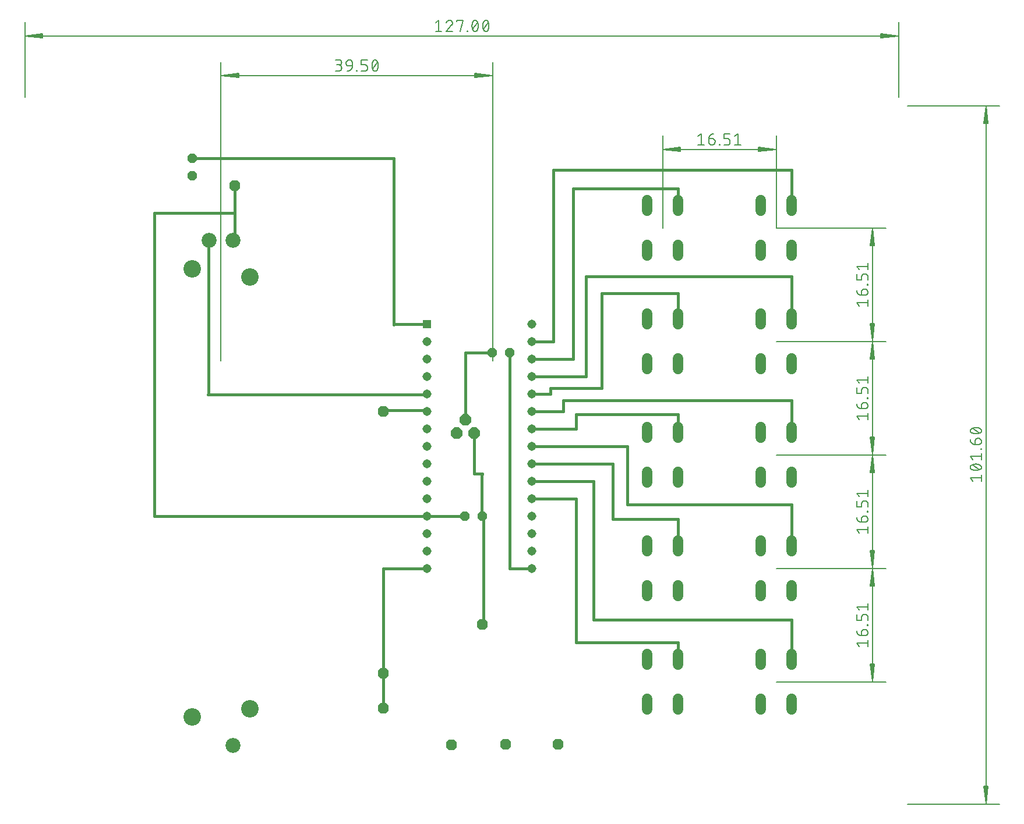
<source format=gbr>
G04 EAGLE Gerber RS-274X export*
G75*
%MOMM*%
%FSLAX34Y34*%
%LPD*%
%INTop Copper*%
%IPPOS*%
%AMOC8*
5,1,8,0,0,1.08239X$1,22.5*%
G01*
%ADD10C,0.130000*%
%ADD11C,0.152400*%
%ADD12R,1.308000X1.308000*%
%ADD13C,1.308000*%
%ADD14P,1.732040X8X202.500000*%
%ADD15P,1.429621X8X292.500000*%
%ADD16P,1.732040X8X292.500000*%
%ADD17P,1.814519X8X22.500000*%
%ADD18P,1.429621X8X202.500000*%
%ADD19C,1.524000*%
%ADD20C,2.550000*%
%ADD21C,2.184400*%
%ADD22P,1.732040X8X22.500000*%
%ADD23C,0.609600*%
%ADD24C,0.406400*%


D10*
X1092200Y838200D02*
X1251400Y838200D01*
X1251400Y673100D02*
X1092200Y673100D01*
X1231900Y673750D02*
X1231900Y837550D01*
X1228708Y812200D01*
X1235092Y812200D01*
X1231900Y837550D01*
X1230600Y812200D01*
X1233200Y812200D02*
X1231900Y837550D01*
X1229300Y812200D01*
X1234500Y812200D02*
X1231900Y837550D01*
X1228708Y699100D02*
X1231900Y673750D01*
X1228708Y699100D02*
X1235092Y699100D01*
X1231900Y673750D01*
X1230600Y699100D01*
X1233200Y699100D02*
X1231900Y673750D01*
X1229300Y699100D01*
X1234500Y699100D02*
X1231900Y673750D01*
D11*
X1212749Y724591D02*
X1209137Y729107D01*
X1225393Y729107D01*
X1225393Y733622D02*
X1225393Y724591D01*
X1216362Y740223D02*
X1216362Y745641D01*
X1216364Y745759D01*
X1216370Y745877D01*
X1216379Y745995D01*
X1216393Y746112D01*
X1216410Y746229D01*
X1216431Y746346D01*
X1216456Y746461D01*
X1216485Y746576D01*
X1216518Y746690D01*
X1216554Y746802D01*
X1216594Y746913D01*
X1216637Y747023D01*
X1216684Y747132D01*
X1216734Y747239D01*
X1216789Y747344D01*
X1216846Y747447D01*
X1216907Y747548D01*
X1216971Y747648D01*
X1217038Y747745D01*
X1217108Y747840D01*
X1217182Y747932D01*
X1217258Y748023D01*
X1217338Y748110D01*
X1217420Y748195D01*
X1217505Y748277D01*
X1217592Y748357D01*
X1217683Y748433D01*
X1217775Y748507D01*
X1217870Y748577D01*
X1217967Y748644D01*
X1218067Y748708D01*
X1218168Y748769D01*
X1218271Y748826D01*
X1218376Y748881D01*
X1218483Y748931D01*
X1218592Y748978D01*
X1218702Y749021D01*
X1218813Y749061D01*
X1218925Y749097D01*
X1219039Y749130D01*
X1219154Y749159D01*
X1219269Y749184D01*
X1219386Y749205D01*
X1219503Y749222D01*
X1219620Y749236D01*
X1219738Y749245D01*
X1219856Y749251D01*
X1219974Y749253D01*
X1219974Y749254D02*
X1220877Y749254D01*
X1221010Y749252D01*
X1221142Y749246D01*
X1221274Y749236D01*
X1221406Y749223D01*
X1221538Y749205D01*
X1221668Y749184D01*
X1221799Y749159D01*
X1221928Y749130D01*
X1222056Y749097D01*
X1222184Y749061D01*
X1222310Y749021D01*
X1222435Y748977D01*
X1222559Y748929D01*
X1222681Y748878D01*
X1222802Y748823D01*
X1222921Y748765D01*
X1223039Y748703D01*
X1223154Y748638D01*
X1223268Y748569D01*
X1223379Y748498D01*
X1223488Y748422D01*
X1223595Y748344D01*
X1223700Y748263D01*
X1223802Y748178D01*
X1223902Y748091D01*
X1223999Y748001D01*
X1224094Y747908D01*
X1224185Y747812D01*
X1224274Y747714D01*
X1224360Y747613D01*
X1224443Y747509D01*
X1224523Y747403D01*
X1224599Y747295D01*
X1224673Y747185D01*
X1224743Y747072D01*
X1224810Y746958D01*
X1224873Y746841D01*
X1224933Y746723D01*
X1224990Y746603D01*
X1225043Y746481D01*
X1225092Y746358D01*
X1225138Y746234D01*
X1225180Y746108D01*
X1225218Y745981D01*
X1225253Y745853D01*
X1225284Y745724D01*
X1225311Y745595D01*
X1225334Y745464D01*
X1225354Y745333D01*
X1225369Y745201D01*
X1225381Y745069D01*
X1225389Y744937D01*
X1225393Y744804D01*
X1225393Y744672D01*
X1225389Y744539D01*
X1225381Y744407D01*
X1225369Y744275D01*
X1225354Y744143D01*
X1225334Y744012D01*
X1225311Y743881D01*
X1225284Y743752D01*
X1225253Y743623D01*
X1225218Y743495D01*
X1225180Y743368D01*
X1225138Y743242D01*
X1225092Y743118D01*
X1225043Y742995D01*
X1224990Y742873D01*
X1224933Y742753D01*
X1224873Y742635D01*
X1224810Y742518D01*
X1224743Y742404D01*
X1224673Y742291D01*
X1224599Y742181D01*
X1224523Y742073D01*
X1224443Y741967D01*
X1224360Y741863D01*
X1224274Y741762D01*
X1224185Y741664D01*
X1224094Y741568D01*
X1223999Y741475D01*
X1223902Y741385D01*
X1223802Y741298D01*
X1223700Y741213D01*
X1223595Y741132D01*
X1223488Y741054D01*
X1223379Y740978D01*
X1223268Y740907D01*
X1223154Y740838D01*
X1223039Y740773D01*
X1222921Y740711D01*
X1222802Y740653D01*
X1222681Y740598D01*
X1222559Y740547D01*
X1222435Y740499D01*
X1222310Y740455D01*
X1222184Y740415D01*
X1222056Y740379D01*
X1221928Y740346D01*
X1221799Y740317D01*
X1221668Y740292D01*
X1221538Y740271D01*
X1221406Y740253D01*
X1221274Y740240D01*
X1221142Y740230D01*
X1221010Y740224D01*
X1220877Y740222D01*
X1220877Y740223D02*
X1216362Y740223D01*
X1216362Y740222D02*
X1216185Y740224D01*
X1216007Y740231D01*
X1215830Y740242D01*
X1215654Y740257D01*
X1215478Y740276D01*
X1215302Y740300D01*
X1215127Y740328D01*
X1214952Y740361D01*
X1214779Y740398D01*
X1214606Y740439D01*
X1214435Y740484D01*
X1214265Y740533D01*
X1214096Y740587D01*
X1213928Y740644D01*
X1213762Y740706D01*
X1213597Y740772D01*
X1213434Y740842D01*
X1213273Y740916D01*
X1213114Y740993D01*
X1212956Y741075D01*
X1212801Y741161D01*
X1212648Y741250D01*
X1212497Y741343D01*
X1212348Y741440D01*
X1212202Y741540D01*
X1212058Y741644D01*
X1211917Y741751D01*
X1211779Y741862D01*
X1211643Y741976D01*
X1211510Y742094D01*
X1211380Y742214D01*
X1211253Y742338D01*
X1211129Y742465D01*
X1211009Y742595D01*
X1210891Y742728D01*
X1210777Y742863D01*
X1210666Y743002D01*
X1210559Y743143D01*
X1210455Y743287D01*
X1210355Y743433D01*
X1210258Y743582D01*
X1210165Y743733D01*
X1210076Y743886D01*
X1209990Y744041D01*
X1209908Y744199D01*
X1209831Y744358D01*
X1209757Y744519D01*
X1209687Y744682D01*
X1209621Y744847D01*
X1209559Y745013D01*
X1209502Y745181D01*
X1209448Y745350D01*
X1209399Y745520D01*
X1209354Y745691D01*
X1209313Y745864D01*
X1209276Y746037D01*
X1209243Y746212D01*
X1209215Y746387D01*
X1209191Y746563D01*
X1209172Y746739D01*
X1209157Y746915D01*
X1209146Y747092D01*
X1209139Y747270D01*
X1209137Y747447D01*
X1224490Y755228D02*
X1225393Y755228D01*
X1224490Y755228D02*
X1224490Y756131D01*
X1225393Y756131D01*
X1225393Y755228D01*
X1225393Y762106D02*
X1225393Y767525D01*
X1225391Y767643D01*
X1225385Y767761D01*
X1225376Y767879D01*
X1225362Y767996D01*
X1225345Y768113D01*
X1225324Y768230D01*
X1225299Y768345D01*
X1225270Y768460D01*
X1225237Y768574D01*
X1225201Y768686D01*
X1225161Y768797D01*
X1225118Y768907D01*
X1225071Y769016D01*
X1225021Y769123D01*
X1224966Y769228D01*
X1224909Y769331D01*
X1224848Y769432D01*
X1224784Y769532D01*
X1224717Y769629D01*
X1224647Y769724D01*
X1224573Y769816D01*
X1224497Y769907D01*
X1224417Y769994D01*
X1224335Y770079D01*
X1224250Y770161D01*
X1224163Y770241D01*
X1224072Y770317D01*
X1223980Y770391D01*
X1223885Y770461D01*
X1223788Y770528D01*
X1223688Y770592D01*
X1223587Y770653D01*
X1223484Y770710D01*
X1223379Y770765D01*
X1223272Y770815D01*
X1223163Y770862D01*
X1223053Y770905D01*
X1222942Y770945D01*
X1222830Y770981D01*
X1222716Y771014D01*
X1222601Y771043D01*
X1222486Y771068D01*
X1222369Y771089D01*
X1222252Y771106D01*
X1222135Y771120D01*
X1222017Y771129D01*
X1221899Y771135D01*
X1221781Y771137D01*
X1219974Y771137D01*
X1219856Y771135D01*
X1219738Y771129D01*
X1219620Y771120D01*
X1219503Y771106D01*
X1219386Y771089D01*
X1219269Y771068D01*
X1219154Y771043D01*
X1219039Y771014D01*
X1218925Y770981D01*
X1218813Y770945D01*
X1218702Y770905D01*
X1218592Y770862D01*
X1218483Y770815D01*
X1218376Y770765D01*
X1218271Y770710D01*
X1218168Y770653D01*
X1218067Y770592D01*
X1217967Y770528D01*
X1217870Y770461D01*
X1217775Y770391D01*
X1217683Y770317D01*
X1217592Y770241D01*
X1217505Y770161D01*
X1217420Y770079D01*
X1217338Y769994D01*
X1217258Y769907D01*
X1217182Y769816D01*
X1217108Y769724D01*
X1217038Y769629D01*
X1216971Y769532D01*
X1216907Y769432D01*
X1216846Y769331D01*
X1216789Y769228D01*
X1216734Y769123D01*
X1216684Y769016D01*
X1216637Y768907D01*
X1216594Y768797D01*
X1216554Y768686D01*
X1216518Y768574D01*
X1216485Y768460D01*
X1216456Y768345D01*
X1216431Y768230D01*
X1216410Y768113D01*
X1216393Y767996D01*
X1216379Y767879D01*
X1216370Y767761D01*
X1216364Y767643D01*
X1216362Y767525D01*
X1216362Y762106D01*
X1209137Y762106D01*
X1209137Y771137D01*
X1212749Y777737D02*
X1209137Y782253D01*
X1225393Y782253D01*
X1225393Y777737D02*
X1225393Y786769D01*
D10*
X1251400Y673100D02*
X1092200Y673100D01*
X1092200Y508000D02*
X1251400Y508000D01*
X1231900Y508650D02*
X1231900Y672450D01*
X1228708Y647100D01*
X1235092Y647100D01*
X1231900Y672450D01*
X1230600Y647100D01*
X1233200Y647100D02*
X1231900Y672450D01*
X1229300Y647100D01*
X1234500Y647100D02*
X1231900Y672450D01*
X1228708Y534000D02*
X1231900Y508650D01*
X1228708Y534000D02*
X1235092Y534000D01*
X1231900Y508650D01*
X1230600Y534000D01*
X1233200Y534000D02*
X1231900Y508650D01*
X1229300Y534000D01*
X1234500Y534000D02*
X1231900Y508650D01*
D11*
X1212749Y559491D02*
X1209137Y564007D01*
X1225393Y564007D01*
X1225393Y568522D02*
X1225393Y559491D01*
X1216362Y575123D02*
X1216362Y580541D01*
X1216364Y580659D01*
X1216370Y580777D01*
X1216379Y580895D01*
X1216393Y581012D01*
X1216410Y581129D01*
X1216431Y581246D01*
X1216456Y581361D01*
X1216485Y581476D01*
X1216518Y581590D01*
X1216554Y581702D01*
X1216594Y581813D01*
X1216637Y581923D01*
X1216684Y582032D01*
X1216734Y582139D01*
X1216789Y582244D01*
X1216846Y582347D01*
X1216907Y582448D01*
X1216971Y582548D01*
X1217038Y582645D01*
X1217108Y582740D01*
X1217182Y582832D01*
X1217258Y582923D01*
X1217338Y583010D01*
X1217420Y583095D01*
X1217505Y583177D01*
X1217592Y583257D01*
X1217683Y583333D01*
X1217775Y583407D01*
X1217870Y583477D01*
X1217967Y583544D01*
X1218067Y583608D01*
X1218168Y583669D01*
X1218271Y583726D01*
X1218376Y583781D01*
X1218483Y583831D01*
X1218592Y583878D01*
X1218702Y583921D01*
X1218813Y583961D01*
X1218925Y583997D01*
X1219039Y584030D01*
X1219154Y584059D01*
X1219269Y584084D01*
X1219386Y584105D01*
X1219503Y584122D01*
X1219620Y584136D01*
X1219738Y584145D01*
X1219856Y584151D01*
X1219974Y584153D01*
X1219974Y584154D02*
X1220877Y584154D01*
X1221010Y584152D01*
X1221142Y584146D01*
X1221274Y584136D01*
X1221406Y584123D01*
X1221538Y584105D01*
X1221668Y584084D01*
X1221799Y584059D01*
X1221928Y584030D01*
X1222056Y583997D01*
X1222184Y583961D01*
X1222310Y583921D01*
X1222435Y583877D01*
X1222559Y583829D01*
X1222681Y583778D01*
X1222802Y583723D01*
X1222921Y583665D01*
X1223039Y583603D01*
X1223154Y583538D01*
X1223268Y583469D01*
X1223379Y583398D01*
X1223488Y583322D01*
X1223595Y583244D01*
X1223700Y583163D01*
X1223802Y583078D01*
X1223902Y582991D01*
X1223999Y582901D01*
X1224094Y582808D01*
X1224185Y582712D01*
X1224274Y582614D01*
X1224360Y582513D01*
X1224443Y582409D01*
X1224523Y582303D01*
X1224599Y582195D01*
X1224673Y582085D01*
X1224743Y581972D01*
X1224810Y581858D01*
X1224873Y581741D01*
X1224933Y581623D01*
X1224990Y581503D01*
X1225043Y581381D01*
X1225092Y581258D01*
X1225138Y581134D01*
X1225180Y581008D01*
X1225218Y580881D01*
X1225253Y580753D01*
X1225284Y580624D01*
X1225311Y580495D01*
X1225334Y580364D01*
X1225354Y580233D01*
X1225369Y580101D01*
X1225381Y579969D01*
X1225389Y579837D01*
X1225393Y579704D01*
X1225393Y579572D01*
X1225389Y579439D01*
X1225381Y579307D01*
X1225369Y579175D01*
X1225354Y579043D01*
X1225334Y578912D01*
X1225311Y578781D01*
X1225284Y578652D01*
X1225253Y578523D01*
X1225218Y578395D01*
X1225180Y578268D01*
X1225138Y578142D01*
X1225092Y578018D01*
X1225043Y577895D01*
X1224990Y577773D01*
X1224933Y577653D01*
X1224873Y577535D01*
X1224810Y577418D01*
X1224743Y577304D01*
X1224673Y577191D01*
X1224599Y577081D01*
X1224523Y576973D01*
X1224443Y576867D01*
X1224360Y576763D01*
X1224274Y576662D01*
X1224185Y576564D01*
X1224094Y576468D01*
X1223999Y576375D01*
X1223902Y576285D01*
X1223802Y576198D01*
X1223700Y576113D01*
X1223595Y576032D01*
X1223488Y575954D01*
X1223379Y575878D01*
X1223268Y575807D01*
X1223154Y575738D01*
X1223039Y575673D01*
X1222921Y575611D01*
X1222802Y575553D01*
X1222681Y575498D01*
X1222559Y575447D01*
X1222435Y575399D01*
X1222310Y575355D01*
X1222184Y575315D01*
X1222056Y575279D01*
X1221928Y575246D01*
X1221799Y575217D01*
X1221668Y575192D01*
X1221538Y575171D01*
X1221406Y575153D01*
X1221274Y575140D01*
X1221142Y575130D01*
X1221010Y575124D01*
X1220877Y575122D01*
X1220877Y575123D02*
X1216362Y575123D01*
X1216362Y575122D02*
X1216185Y575124D01*
X1216007Y575131D01*
X1215830Y575142D01*
X1215654Y575157D01*
X1215478Y575176D01*
X1215302Y575200D01*
X1215127Y575228D01*
X1214952Y575261D01*
X1214779Y575298D01*
X1214606Y575339D01*
X1214435Y575384D01*
X1214265Y575433D01*
X1214096Y575487D01*
X1213928Y575544D01*
X1213762Y575606D01*
X1213597Y575672D01*
X1213434Y575742D01*
X1213273Y575816D01*
X1213114Y575893D01*
X1212956Y575975D01*
X1212801Y576061D01*
X1212648Y576150D01*
X1212497Y576243D01*
X1212348Y576340D01*
X1212202Y576440D01*
X1212058Y576544D01*
X1211917Y576651D01*
X1211779Y576762D01*
X1211643Y576876D01*
X1211510Y576994D01*
X1211380Y577114D01*
X1211253Y577238D01*
X1211129Y577365D01*
X1211009Y577495D01*
X1210891Y577628D01*
X1210777Y577763D01*
X1210666Y577902D01*
X1210559Y578043D01*
X1210455Y578187D01*
X1210355Y578333D01*
X1210258Y578482D01*
X1210165Y578633D01*
X1210076Y578786D01*
X1209990Y578941D01*
X1209908Y579099D01*
X1209831Y579258D01*
X1209757Y579419D01*
X1209687Y579582D01*
X1209621Y579747D01*
X1209559Y579913D01*
X1209502Y580081D01*
X1209448Y580250D01*
X1209399Y580420D01*
X1209354Y580591D01*
X1209313Y580764D01*
X1209276Y580937D01*
X1209243Y581112D01*
X1209215Y581287D01*
X1209191Y581463D01*
X1209172Y581639D01*
X1209157Y581815D01*
X1209146Y581992D01*
X1209139Y582170D01*
X1209137Y582347D01*
X1224490Y590128D02*
X1225393Y590128D01*
X1224490Y590128D02*
X1224490Y591031D01*
X1225393Y591031D01*
X1225393Y590128D01*
X1225393Y597006D02*
X1225393Y602425D01*
X1225391Y602543D01*
X1225385Y602661D01*
X1225376Y602779D01*
X1225362Y602896D01*
X1225345Y603013D01*
X1225324Y603130D01*
X1225299Y603245D01*
X1225270Y603360D01*
X1225237Y603474D01*
X1225201Y603586D01*
X1225161Y603697D01*
X1225118Y603807D01*
X1225071Y603916D01*
X1225021Y604023D01*
X1224966Y604128D01*
X1224909Y604231D01*
X1224848Y604332D01*
X1224784Y604432D01*
X1224717Y604529D01*
X1224647Y604624D01*
X1224573Y604716D01*
X1224497Y604807D01*
X1224417Y604894D01*
X1224335Y604979D01*
X1224250Y605061D01*
X1224163Y605141D01*
X1224072Y605217D01*
X1223980Y605291D01*
X1223885Y605361D01*
X1223788Y605428D01*
X1223688Y605492D01*
X1223587Y605553D01*
X1223484Y605610D01*
X1223379Y605665D01*
X1223272Y605715D01*
X1223163Y605762D01*
X1223053Y605805D01*
X1222942Y605845D01*
X1222830Y605881D01*
X1222716Y605914D01*
X1222601Y605943D01*
X1222486Y605968D01*
X1222369Y605989D01*
X1222252Y606006D01*
X1222135Y606020D01*
X1222017Y606029D01*
X1221899Y606035D01*
X1221781Y606037D01*
X1219974Y606037D01*
X1219856Y606035D01*
X1219738Y606029D01*
X1219620Y606020D01*
X1219503Y606006D01*
X1219386Y605989D01*
X1219269Y605968D01*
X1219154Y605943D01*
X1219039Y605914D01*
X1218925Y605881D01*
X1218813Y605845D01*
X1218702Y605805D01*
X1218592Y605762D01*
X1218483Y605715D01*
X1218376Y605665D01*
X1218271Y605610D01*
X1218168Y605553D01*
X1218067Y605492D01*
X1217967Y605428D01*
X1217870Y605361D01*
X1217775Y605291D01*
X1217683Y605217D01*
X1217592Y605141D01*
X1217505Y605061D01*
X1217420Y604979D01*
X1217338Y604894D01*
X1217258Y604807D01*
X1217182Y604716D01*
X1217108Y604624D01*
X1217038Y604529D01*
X1216971Y604432D01*
X1216907Y604332D01*
X1216846Y604231D01*
X1216789Y604128D01*
X1216734Y604023D01*
X1216684Y603916D01*
X1216637Y603807D01*
X1216594Y603697D01*
X1216554Y603586D01*
X1216518Y603474D01*
X1216485Y603360D01*
X1216456Y603245D01*
X1216431Y603130D01*
X1216410Y603013D01*
X1216393Y602896D01*
X1216379Y602779D01*
X1216370Y602661D01*
X1216364Y602543D01*
X1216362Y602425D01*
X1216362Y597006D01*
X1209137Y597006D01*
X1209137Y606037D01*
X1212749Y612637D02*
X1209137Y617153D01*
X1225393Y617153D01*
X1225393Y612637D02*
X1225393Y621669D01*
D10*
X1251400Y508000D02*
X1092200Y508000D01*
X1092200Y342900D02*
X1251400Y342900D01*
X1231900Y343550D02*
X1231900Y507350D01*
X1228708Y482000D01*
X1235092Y482000D01*
X1231900Y507350D01*
X1230600Y482000D01*
X1233200Y482000D02*
X1231900Y507350D01*
X1229300Y482000D01*
X1234500Y482000D02*
X1231900Y507350D01*
X1228708Y368900D02*
X1231900Y343550D01*
X1228708Y368900D02*
X1235092Y368900D01*
X1231900Y343550D01*
X1230600Y368900D01*
X1233200Y368900D02*
X1231900Y343550D01*
X1229300Y368900D01*
X1234500Y368900D02*
X1231900Y343550D01*
D11*
X1212749Y394391D02*
X1209137Y398907D01*
X1225393Y398907D01*
X1225393Y403422D02*
X1225393Y394391D01*
X1216362Y410023D02*
X1216362Y415441D01*
X1216364Y415559D01*
X1216370Y415677D01*
X1216379Y415795D01*
X1216393Y415912D01*
X1216410Y416029D01*
X1216431Y416146D01*
X1216456Y416261D01*
X1216485Y416376D01*
X1216518Y416490D01*
X1216554Y416602D01*
X1216594Y416713D01*
X1216637Y416823D01*
X1216684Y416932D01*
X1216734Y417039D01*
X1216789Y417144D01*
X1216846Y417247D01*
X1216907Y417348D01*
X1216971Y417448D01*
X1217038Y417545D01*
X1217108Y417640D01*
X1217182Y417732D01*
X1217258Y417823D01*
X1217338Y417910D01*
X1217420Y417995D01*
X1217505Y418077D01*
X1217592Y418157D01*
X1217683Y418233D01*
X1217775Y418307D01*
X1217870Y418377D01*
X1217967Y418444D01*
X1218067Y418508D01*
X1218168Y418569D01*
X1218271Y418626D01*
X1218376Y418681D01*
X1218483Y418731D01*
X1218592Y418778D01*
X1218702Y418821D01*
X1218813Y418861D01*
X1218925Y418897D01*
X1219039Y418930D01*
X1219154Y418959D01*
X1219269Y418984D01*
X1219386Y419005D01*
X1219503Y419022D01*
X1219620Y419036D01*
X1219738Y419045D01*
X1219856Y419051D01*
X1219974Y419053D01*
X1219974Y419054D02*
X1220877Y419054D01*
X1221010Y419052D01*
X1221142Y419046D01*
X1221274Y419036D01*
X1221406Y419023D01*
X1221538Y419005D01*
X1221668Y418984D01*
X1221799Y418959D01*
X1221928Y418930D01*
X1222056Y418897D01*
X1222184Y418861D01*
X1222310Y418821D01*
X1222435Y418777D01*
X1222559Y418729D01*
X1222681Y418678D01*
X1222802Y418623D01*
X1222921Y418565D01*
X1223039Y418503D01*
X1223154Y418438D01*
X1223268Y418369D01*
X1223379Y418298D01*
X1223488Y418222D01*
X1223595Y418144D01*
X1223700Y418063D01*
X1223802Y417978D01*
X1223902Y417891D01*
X1223999Y417801D01*
X1224094Y417708D01*
X1224185Y417612D01*
X1224274Y417514D01*
X1224360Y417413D01*
X1224443Y417309D01*
X1224523Y417203D01*
X1224599Y417095D01*
X1224673Y416985D01*
X1224743Y416872D01*
X1224810Y416758D01*
X1224873Y416641D01*
X1224933Y416523D01*
X1224990Y416403D01*
X1225043Y416281D01*
X1225092Y416158D01*
X1225138Y416034D01*
X1225180Y415908D01*
X1225218Y415781D01*
X1225253Y415653D01*
X1225284Y415524D01*
X1225311Y415395D01*
X1225334Y415264D01*
X1225354Y415133D01*
X1225369Y415001D01*
X1225381Y414869D01*
X1225389Y414737D01*
X1225393Y414604D01*
X1225393Y414472D01*
X1225389Y414339D01*
X1225381Y414207D01*
X1225369Y414075D01*
X1225354Y413943D01*
X1225334Y413812D01*
X1225311Y413681D01*
X1225284Y413552D01*
X1225253Y413423D01*
X1225218Y413295D01*
X1225180Y413168D01*
X1225138Y413042D01*
X1225092Y412918D01*
X1225043Y412795D01*
X1224990Y412673D01*
X1224933Y412553D01*
X1224873Y412435D01*
X1224810Y412318D01*
X1224743Y412204D01*
X1224673Y412091D01*
X1224599Y411981D01*
X1224523Y411873D01*
X1224443Y411767D01*
X1224360Y411663D01*
X1224274Y411562D01*
X1224185Y411464D01*
X1224094Y411368D01*
X1223999Y411275D01*
X1223902Y411185D01*
X1223802Y411098D01*
X1223700Y411013D01*
X1223595Y410932D01*
X1223488Y410854D01*
X1223379Y410778D01*
X1223268Y410707D01*
X1223154Y410638D01*
X1223039Y410573D01*
X1222921Y410511D01*
X1222802Y410453D01*
X1222681Y410398D01*
X1222559Y410347D01*
X1222435Y410299D01*
X1222310Y410255D01*
X1222184Y410215D01*
X1222056Y410179D01*
X1221928Y410146D01*
X1221799Y410117D01*
X1221668Y410092D01*
X1221538Y410071D01*
X1221406Y410053D01*
X1221274Y410040D01*
X1221142Y410030D01*
X1221010Y410024D01*
X1220877Y410022D01*
X1220877Y410023D02*
X1216362Y410023D01*
X1216362Y410022D02*
X1216185Y410024D01*
X1216007Y410031D01*
X1215830Y410042D01*
X1215654Y410057D01*
X1215478Y410076D01*
X1215302Y410100D01*
X1215127Y410128D01*
X1214952Y410161D01*
X1214779Y410198D01*
X1214606Y410239D01*
X1214435Y410284D01*
X1214265Y410333D01*
X1214096Y410387D01*
X1213928Y410444D01*
X1213762Y410506D01*
X1213597Y410572D01*
X1213434Y410642D01*
X1213273Y410716D01*
X1213114Y410793D01*
X1212956Y410875D01*
X1212801Y410961D01*
X1212648Y411050D01*
X1212497Y411143D01*
X1212348Y411240D01*
X1212202Y411340D01*
X1212058Y411444D01*
X1211917Y411551D01*
X1211779Y411662D01*
X1211643Y411776D01*
X1211510Y411894D01*
X1211380Y412014D01*
X1211253Y412138D01*
X1211129Y412265D01*
X1211009Y412395D01*
X1210891Y412528D01*
X1210777Y412663D01*
X1210666Y412802D01*
X1210559Y412943D01*
X1210455Y413087D01*
X1210355Y413233D01*
X1210258Y413382D01*
X1210165Y413533D01*
X1210076Y413686D01*
X1209990Y413841D01*
X1209908Y413999D01*
X1209831Y414158D01*
X1209757Y414319D01*
X1209687Y414482D01*
X1209621Y414647D01*
X1209559Y414813D01*
X1209502Y414981D01*
X1209448Y415150D01*
X1209399Y415320D01*
X1209354Y415491D01*
X1209313Y415664D01*
X1209276Y415837D01*
X1209243Y416012D01*
X1209215Y416187D01*
X1209191Y416363D01*
X1209172Y416539D01*
X1209157Y416715D01*
X1209146Y416892D01*
X1209139Y417070D01*
X1209137Y417247D01*
X1224490Y425028D02*
X1225393Y425028D01*
X1224490Y425028D02*
X1224490Y425931D01*
X1225393Y425931D01*
X1225393Y425028D01*
X1225393Y431906D02*
X1225393Y437325D01*
X1225391Y437443D01*
X1225385Y437561D01*
X1225376Y437679D01*
X1225362Y437796D01*
X1225345Y437913D01*
X1225324Y438030D01*
X1225299Y438145D01*
X1225270Y438260D01*
X1225237Y438374D01*
X1225201Y438486D01*
X1225161Y438597D01*
X1225118Y438707D01*
X1225071Y438816D01*
X1225021Y438923D01*
X1224966Y439028D01*
X1224909Y439131D01*
X1224848Y439232D01*
X1224784Y439332D01*
X1224717Y439429D01*
X1224647Y439524D01*
X1224573Y439616D01*
X1224497Y439707D01*
X1224417Y439794D01*
X1224335Y439879D01*
X1224250Y439961D01*
X1224163Y440041D01*
X1224072Y440117D01*
X1223980Y440191D01*
X1223885Y440261D01*
X1223788Y440328D01*
X1223688Y440392D01*
X1223587Y440453D01*
X1223484Y440510D01*
X1223379Y440565D01*
X1223272Y440615D01*
X1223163Y440662D01*
X1223053Y440705D01*
X1222942Y440745D01*
X1222830Y440781D01*
X1222716Y440814D01*
X1222601Y440843D01*
X1222486Y440868D01*
X1222369Y440889D01*
X1222252Y440906D01*
X1222135Y440920D01*
X1222017Y440929D01*
X1221899Y440935D01*
X1221781Y440937D01*
X1219974Y440937D01*
X1219856Y440935D01*
X1219738Y440929D01*
X1219620Y440920D01*
X1219503Y440906D01*
X1219386Y440889D01*
X1219269Y440868D01*
X1219154Y440843D01*
X1219039Y440814D01*
X1218925Y440781D01*
X1218813Y440745D01*
X1218702Y440705D01*
X1218592Y440662D01*
X1218483Y440615D01*
X1218376Y440565D01*
X1218271Y440510D01*
X1218168Y440453D01*
X1218067Y440392D01*
X1217967Y440328D01*
X1217870Y440261D01*
X1217775Y440191D01*
X1217683Y440117D01*
X1217592Y440041D01*
X1217505Y439961D01*
X1217420Y439879D01*
X1217338Y439794D01*
X1217258Y439707D01*
X1217182Y439616D01*
X1217108Y439524D01*
X1217038Y439429D01*
X1216971Y439332D01*
X1216907Y439232D01*
X1216846Y439131D01*
X1216789Y439028D01*
X1216734Y438923D01*
X1216684Y438816D01*
X1216637Y438707D01*
X1216594Y438597D01*
X1216554Y438486D01*
X1216518Y438374D01*
X1216485Y438260D01*
X1216456Y438145D01*
X1216431Y438030D01*
X1216410Y437913D01*
X1216393Y437796D01*
X1216379Y437679D01*
X1216370Y437561D01*
X1216364Y437443D01*
X1216362Y437325D01*
X1216362Y431906D01*
X1209137Y431906D01*
X1209137Y440937D01*
X1212749Y447537D02*
X1209137Y452053D01*
X1225393Y452053D01*
X1225393Y447537D02*
X1225393Y456569D01*
D10*
X1251400Y342900D02*
X1092200Y342900D01*
X1092200Y177800D02*
X1251400Y177800D01*
X1231900Y178450D02*
X1231900Y342250D01*
X1228708Y316900D01*
X1235092Y316900D01*
X1231900Y342250D01*
X1230600Y316900D01*
X1233200Y316900D02*
X1231900Y342250D01*
X1229300Y316900D01*
X1234500Y316900D02*
X1231900Y342250D01*
X1228708Y203800D02*
X1231900Y178450D01*
X1228708Y203800D02*
X1235092Y203800D01*
X1231900Y178450D01*
X1230600Y203800D01*
X1233200Y203800D02*
X1231900Y178450D01*
X1229300Y203800D01*
X1234500Y203800D02*
X1231900Y178450D01*
D11*
X1212749Y229291D02*
X1209137Y233807D01*
X1225393Y233807D01*
X1225393Y238322D02*
X1225393Y229291D01*
X1216362Y244923D02*
X1216362Y250341D01*
X1216364Y250459D01*
X1216370Y250577D01*
X1216379Y250695D01*
X1216393Y250812D01*
X1216410Y250929D01*
X1216431Y251046D01*
X1216456Y251161D01*
X1216485Y251276D01*
X1216518Y251390D01*
X1216554Y251502D01*
X1216594Y251613D01*
X1216637Y251723D01*
X1216684Y251832D01*
X1216734Y251939D01*
X1216789Y252044D01*
X1216846Y252147D01*
X1216907Y252248D01*
X1216971Y252348D01*
X1217038Y252445D01*
X1217108Y252540D01*
X1217182Y252632D01*
X1217258Y252723D01*
X1217338Y252810D01*
X1217420Y252895D01*
X1217505Y252977D01*
X1217592Y253057D01*
X1217683Y253133D01*
X1217775Y253207D01*
X1217870Y253277D01*
X1217967Y253344D01*
X1218067Y253408D01*
X1218168Y253469D01*
X1218271Y253526D01*
X1218376Y253581D01*
X1218483Y253631D01*
X1218592Y253678D01*
X1218702Y253721D01*
X1218813Y253761D01*
X1218925Y253797D01*
X1219039Y253830D01*
X1219154Y253859D01*
X1219269Y253884D01*
X1219386Y253905D01*
X1219503Y253922D01*
X1219620Y253936D01*
X1219738Y253945D01*
X1219856Y253951D01*
X1219974Y253953D01*
X1219974Y253954D02*
X1220877Y253954D01*
X1221010Y253952D01*
X1221142Y253946D01*
X1221274Y253936D01*
X1221406Y253923D01*
X1221538Y253905D01*
X1221668Y253884D01*
X1221799Y253859D01*
X1221928Y253830D01*
X1222056Y253797D01*
X1222184Y253761D01*
X1222310Y253721D01*
X1222435Y253677D01*
X1222559Y253629D01*
X1222681Y253578D01*
X1222802Y253523D01*
X1222921Y253465D01*
X1223039Y253403D01*
X1223154Y253338D01*
X1223268Y253269D01*
X1223379Y253198D01*
X1223488Y253122D01*
X1223595Y253044D01*
X1223700Y252963D01*
X1223802Y252878D01*
X1223902Y252791D01*
X1223999Y252701D01*
X1224094Y252608D01*
X1224185Y252512D01*
X1224274Y252414D01*
X1224360Y252313D01*
X1224443Y252209D01*
X1224523Y252103D01*
X1224599Y251995D01*
X1224673Y251885D01*
X1224743Y251772D01*
X1224810Y251658D01*
X1224873Y251541D01*
X1224933Y251423D01*
X1224990Y251303D01*
X1225043Y251181D01*
X1225092Y251058D01*
X1225138Y250934D01*
X1225180Y250808D01*
X1225218Y250681D01*
X1225253Y250553D01*
X1225284Y250424D01*
X1225311Y250295D01*
X1225334Y250164D01*
X1225354Y250033D01*
X1225369Y249901D01*
X1225381Y249769D01*
X1225389Y249637D01*
X1225393Y249504D01*
X1225393Y249372D01*
X1225389Y249239D01*
X1225381Y249107D01*
X1225369Y248975D01*
X1225354Y248843D01*
X1225334Y248712D01*
X1225311Y248581D01*
X1225284Y248452D01*
X1225253Y248323D01*
X1225218Y248195D01*
X1225180Y248068D01*
X1225138Y247942D01*
X1225092Y247818D01*
X1225043Y247695D01*
X1224990Y247573D01*
X1224933Y247453D01*
X1224873Y247335D01*
X1224810Y247218D01*
X1224743Y247104D01*
X1224673Y246991D01*
X1224599Y246881D01*
X1224523Y246773D01*
X1224443Y246667D01*
X1224360Y246563D01*
X1224274Y246462D01*
X1224185Y246364D01*
X1224094Y246268D01*
X1223999Y246175D01*
X1223902Y246085D01*
X1223802Y245998D01*
X1223700Y245913D01*
X1223595Y245832D01*
X1223488Y245754D01*
X1223379Y245678D01*
X1223268Y245607D01*
X1223154Y245538D01*
X1223039Y245473D01*
X1222921Y245411D01*
X1222802Y245353D01*
X1222681Y245298D01*
X1222559Y245247D01*
X1222435Y245199D01*
X1222310Y245155D01*
X1222184Y245115D01*
X1222056Y245079D01*
X1221928Y245046D01*
X1221799Y245017D01*
X1221668Y244992D01*
X1221538Y244971D01*
X1221406Y244953D01*
X1221274Y244940D01*
X1221142Y244930D01*
X1221010Y244924D01*
X1220877Y244922D01*
X1220877Y244923D02*
X1216362Y244923D01*
X1216362Y244922D02*
X1216185Y244924D01*
X1216007Y244931D01*
X1215830Y244942D01*
X1215654Y244957D01*
X1215478Y244976D01*
X1215302Y245000D01*
X1215127Y245028D01*
X1214952Y245061D01*
X1214779Y245098D01*
X1214606Y245139D01*
X1214435Y245184D01*
X1214265Y245233D01*
X1214096Y245287D01*
X1213928Y245344D01*
X1213762Y245406D01*
X1213597Y245472D01*
X1213434Y245542D01*
X1213273Y245616D01*
X1213114Y245693D01*
X1212956Y245775D01*
X1212801Y245861D01*
X1212648Y245950D01*
X1212497Y246043D01*
X1212348Y246140D01*
X1212202Y246240D01*
X1212058Y246344D01*
X1211917Y246451D01*
X1211779Y246562D01*
X1211643Y246676D01*
X1211510Y246794D01*
X1211380Y246914D01*
X1211253Y247038D01*
X1211129Y247165D01*
X1211009Y247295D01*
X1210891Y247428D01*
X1210777Y247563D01*
X1210666Y247702D01*
X1210559Y247843D01*
X1210455Y247987D01*
X1210355Y248133D01*
X1210258Y248282D01*
X1210165Y248433D01*
X1210076Y248586D01*
X1209990Y248741D01*
X1209908Y248899D01*
X1209831Y249058D01*
X1209757Y249219D01*
X1209687Y249382D01*
X1209621Y249547D01*
X1209559Y249713D01*
X1209502Y249881D01*
X1209448Y250050D01*
X1209399Y250220D01*
X1209354Y250391D01*
X1209313Y250564D01*
X1209276Y250737D01*
X1209243Y250912D01*
X1209215Y251087D01*
X1209191Y251263D01*
X1209172Y251439D01*
X1209157Y251615D01*
X1209146Y251792D01*
X1209139Y251970D01*
X1209137Y252147D01*
X1224490Y259928D02*
X1225393Y259928D01*
X1224490Y259928D02*
X1224490Y260831D01*
X1225393Y260831D01*
X1225393Y259928D01*
X1225393Y266806D02*
X1225393Y272225D01*
X1225391Y272343D01*
X1225385Y272461D01*
X1225376Y272579D01*
X1225362Y272696D01*
X1225345Y272813D01*
X1225324Y272930D01*
X1225299Y273045D01*
X1225270Y273160D01*
X1225237Y273274D01*
X1225201Y273386D01*
X1225161Y273497D01*
X1225118Y273607D01*
X1225071Y273716D01*
X1225021Y273823D01*
X1224966Y273928D01*
X1224909Y274031D01*
X1224848Y274132D01*
X1224784Y274232D01*
X1224717Y274329D01*
X1224647Y274424D01*
X1224573Y274516D01*
X1224497Y274607D01*
X1224417Y274694D01*
X1224335Y274779D01*
X1224250Y274861D01*
X1224163Y274941D01*
X1224072Y275017D01*
X1223980Y275091D01*
X1223885Y275161D01*
X1223788Y275228D01*
X1223688Y275292D01*
X1223587Y275353D01*
X1223484Y275410D01*
X1223379Y275465D01*
X1223272Y275515D01*
X1223163Y275562D01*
X1223053Y275605D01*
X1222942Y275645D01*
X1222830Y275681D01*
X1222716Y275714D01*
X1222601Y275743D01*
X1222486Y275768D01*
X1222369Y275789D01*
X1222252Y275806D01*
X1222135Y275820D01*
X1222017Y275829D01*
X1221899Y275835D01*
X1221781Y275837D01*
X1219974Y275837D01*
X1219856Y275835D01*
X1219738Y275829D01*
X1219620Y275820D01*
X1219503Y275806D01*
X1219386Y275789D01*
X1219269Y275768D01*
X1219154Y275743D01*
X1219039Y275714D01*
X1218925Y275681D01*
X1218813Y275645D01*
X1218702Y275605D01*
X1218592Y275562D01*
X1218483Y275515D01*
X1218376Y275465D01*
X1218271Y275410D01*
X1218168Y275353D01*
X1218067Y275292D01*
X1217967Y275228D01*
X1217870Y275161D01*
X1217775Y275091D01*
X1217683Y275017D01*
X1217592Y274941D01*
X1217505Y274861D01*
X1217420Y274779D01*
X1217338Y274694D01*
X1217258Y274607D01*
X1217182Y274516D01*
X1217108Y274424D01*
X1217038Y274329D01*
X1216971Y274232D01*
X1216907Y274132D01*
X1216846Y274031D01*
X1216789Y273928D01*
X1216734Y273823D01*
X1216684Y273716D01*
X1216637Y273607D01*
X1216594Y273497D01*
X1216554Y273386D01*
X1216518Y273274D01*
X1216485Y273160D01*
X1216456Y273045D01*
X1216431Y272930D01*
X1216410Y272813D01*
X1216393Y272696D01*
X1216379Y272579D01*
X1216370Y272461D01*
X1216364Y272343D01*
X1216362Y272225D01*
X1216362Y266806D01*
X1209137Y266806D01*
X1209137Y275837D01*
X1212749Y282437D02*
X1209137Y286953D01*
X1225393Y286953D01*
X1225393Y282437D02*
X1225393Y291469D01*
D10*
X927100Y838200D02*
X927100Y972000D01*
X1092200Y972000D02*
X1092200Y838200D01*
X1091550Y952500D02*
X927750Y952500D01*
X953100Y955692D01*
X953100Y949308D01*
X927750Y952500D01*
X953100Y953800D01*
X953100Y951200D02*
X927750Y952500D01*
X953100Y955100D01*
X953100Y949900D02*
X927750Y952500D01*
X1066200Y955692D02*
X1091550Y952500D01*
X1066200Y955692D02*
X1066200Y949308D01*
X1091550Y952500D01*
X1066200Y953800D01*
X1066200Y951200D02*
X1091550Y952500D01*
X1066200Y955100D01*
X1066200Y949900D02*
X1091550Y952500D01*
D11*
X983107Y975263D02*
X978591Y971651D01*
X983107Y975263D02*
X983107Y959007D01*
X987622Y959007D02*
X978591Y959007D01*
X994223Y968038D02*
X999641Y968038D01*
X999759Y968036D01*
X999877Y968030D01*
X999995Y968021D01*
X1000112Y968007D01*
X1000229Y967990D01*
X1000346Y967969D01*
X1000461Y967944D01*
X1000576Y967915D01*
X1000690Y967882D01*
X1000802Y967846D01*
X1000913Y967806D01*
X1001023Y967763D01*
X1001132Y967716D01*
X1001239Y967666D01*
X1001344Y967611D01*
X1001447Y967554D01*
X1001548Y967493D01*
X1001648Y967429D01*
X1001745Y967362D01*
X1001840Y967292D01*
X1001932Y967218D01*
X1002023Y967142D01*
X1002110Y967062D01*
X1002195Y966980D01*
X1002277Y966895D01*
X1002357Y966808D01*
X1002433Y966717D01*
X1002507Y966625D01*
X1002577Y966530D01*
X1002644Y966433D01*
X1002708Y966333D01*
X1002769Y966232D01*
X1002826Y966129D01*
X1002881Y966024D01*
X1002931Y965917D01*
X1002978Y965808D01*
X1003021Y965698D01*
X1003061Y965587D01*
X1003097Y965475D01*
X1003130Y965361D01*
X1003159Y965246D01*
X1003184Y965131D01*
X1003205Y965014D01*
X1003222Y964897D01*
X1003236Y964780D01*
X1003245Y964662D01*
X1003251Y964544D01*
X1003253Y964426D01*
X1003254Y964426D02*
X1003254Y963523D01*
X1003252Y963390D01*
X1003246Y963258D01*
X1003236Y963126D01*
X1003223Y962994D01*
X1003205Y962862D01*
X1003184Y962732D01*
X1003159Y962601D01*
X1003130Y962472D01*
X1003097Y962344D01*
X1003061Y962216D01*
X1003021Y962090D01*
X1002977Y961965D01*
X1002929Y961841D01*
X1002878Y961719D01*
X1002823Y961598D01*
X1002765Y961479D01*
X1002703Y961361D01*
X1002638Y961246D01*
X1002569Y961132D01*
X1002498Y961021D01*
X1002422Y960912D01*
X1002344Y960805D01*
X1002263Y960700D01*
X1002178Y960598D01*
X1002091Y960498D01*
X1002001Y960401D01*
X1001908Y960306D01*
X1001812Y960215D01*
X1001714Y960126D01*
X1001613Y960040D01*
X1001509Y959957D01*
X1001403Y959877D01*
X1001295Y959801D01*
X1001185Y959727D01*
X1001072Y959657D01*
X1000958Y959590D01*
X1000841Y959527D01*
X1000723Y959467D01*
X1000603Y959410D01*
X1000481Y959357D01*
X1000358Y959308D01*
X1000234Y959262D01*
X1000108Y959220D01*
X999981Y959182D01*
X999853Y959147D01*
X999724Y959116D01*
X999595Y959089D01*
X999464Y959066D01*
X999333Y959046D01*
X999201Y959031D01*
X999069Y959019D01*
X998937Y959011D01*
X998804Y959007D01*
X998672Y959007D01*
X998539Y959011D01*
X998407Y959019D01*
X998275Y959031D01*
X998143Y959046D01*
X998012Y959066D01*
X997881Y959089D01*
X997752Y959116D01*
X997623Y959147D01*
X997495Y959182D01*
X997368Y959220D01*
X997242Y959262D01*
X997118Y959308D01*
X996995Y959357D01*
X996873Y959410D01*
X996753Y959467D01*
X996635Y959527D01*
X996518Y959590D01*
X996404Y959657D01*
X996291Y959727D01*
X996181Y959801D01*
X996073Y959877D01*
X995967Y959957D01*
X995863Y960040D01*
X995762Y960126D01*
X995664Y960215D01*
X995568Y960306D01*
X995475Y960401D01*
X995385Y960498D01*
X995298Y960598D01*
X995213Y960700D01*
X995132Y960805D01*
X995054Y960912D01*
X994978Y961021D01*
X994907Y961132D01*
X994838Y961246D01*
X994773Y961361D01*
X994711Y961479D01*
X994653Y961598D01*
X994598Y961719D01*
X994547Y961841D01*
X994499Y961965D01*
X994455Y962090D01*
X994415Y962216D01*
X994379Y962344D01*
X994346Y962472D01*
X994317Y962601D01*
X994292Y962732D01*
X994271Y962862D01*
X994253Y962994D01*
X994240Y963126D01*
X994230Y963258D01*
X994224Y963390D01*
X994222Y963523D01*
X994223Y963523D02*
X994223Y968038D01*
X994222Y968038D02*
X994224Y968215D01*
X994231Y968393D01*
X994242Y968570D01*
X994257Y968746D01*
X994276Y968922D01*
X994300Y969098D01*
X994328Y969273D01*
X994361Y969448D01*
X994398Y969621D01*
X994439Y969794D01*
X994484Y969965D01*
X994533Y970135D01*
X994587Y970304D01*
X994644Y970472D01*
X994706Y970638D01*
X994772Y970803D01*
X994842Y970966D01*
X994916Y971127D01*
X994993Y971286D01*
X995075Y971444D01*
X995161Y971599D01*
X995250Y971752D01*
X995343Y971903D01*
X995440Y972052D01*
X995540Y972198D01*
X995644Y972342D01*
X995751Y972483D01*
X995862Y972621D01*
X995976Y972757D01*
X996094Y972890D01*
X996214Y973020D01*
X996338Y973147D01*
X996465Y973271D01*
X996595Y973391D01*
X996728Y973509D01*
X996863Y973623D01*
X997002Y973734D01*
X997143Y973841D01*
X997287Y973945D01*
X997433Y974045D01*
X997582Y974142D01*
X997733Y974235D01*
X997886Y974324D01*
X998041Y974410D01*
X998199Y974492D01*
X998358Y974569D01*
X998519Y974643D01*
X998682Y974713D01*
X998847Y974779D01*
X999013Y974841D01*
X999181Y974898D01*
X999350Y974952D01*
X999520Y975001D01*
X999691Y975046D01*
X999864Y975087D01*
X1000037Y975124D01*
X1000212Y975157D01*
X1000387Y975185D01*
X1000563Y975209D01*
X1000739Y975228D01*
X1000915Y975243D01*
X1001092Y975254D01*
X1001270Y975261D01*
X1001447Y975263D01*
X1009228Y959910D02*
X1009228Y959007D01*
X1009228Y959910D02*
X1010131Y959910D01*
X1010131Y959007D01*
X1009228Y959007D01*
X1016106Y959007D02*
X1021525Y959007D01*
X1021643Y959009D01*
X1021761Y959015D01*
X1021879Y959024D01*
X1021996Y959038D01*
X1022113Y959055D01*
X1022230Y959076D01*
X1022345Y959101D01*
X1022460Y959130D01*
X1022574Y959163D01*
X1022686Y959199D01*
X1022797Y959239D01*
X1022907Y959282D01*
X1023016Y959329D01*
X1023123Y959379D01*
X1023228Y959434D01*
X1023331Y959491D01*
X1023432Y959552D01*
X1023532Y959616D01*
X1023629Y959683D01*
X1023724Y959753D01*
X1023816Y959827D01*
X1023907Y959903D01*
X1023994Y959983D01*
X1024079Y960065D01*
X1024161Y960150D01*
X1024241Y960237D01*
X1024317Y960328D01*
X1024391Y960420D01*
X1024461Y960515D01*
X1024528Y960612D01*
X1024592Y960712D01*
X1024653Y960813D01*
X1024710Y960916D01*
X1024765Y961021D01*
X1024815Y961128D01*
X1024862Y961237D01*
X1024905Y961347D01*
X1024945Y961458D01*
X1024981Y961570D01*
X1025014Y961684D01*
X1025043Y961799D01*
X1025068Y961914D01*
X1025089Y962031D01*
X1025106Y962148D01*
X1025120Y962265D01*
X1025129Y962383D01*
X1025135Y962501D01*
X1025137Y962619D01*
X1025137Y964426D01*
X1025135Y964544D01*
X1025129Y964662D01*
X1025120Y964780D01*
X1025106Y964897D01*
X1025089Y965014D01*
X1025068Y965131D01*
X1025043Y965246D01*
X1025014Y965361D01*
X1024981Y965475D01*
X1024945Y965587D01*
X1024905Y965698D01*
X1024862Y965808D01*
X1024815Y965917D01*
X1024765Y966024D01*
X1024710Y966129D01*
X1024653Y966232D01*
X1024592Y966333D01*
X1024528Y966433D01*
X1024461Y966530D01*
X1024391Y966625D01*
X1024317Y966717D01*
X1024241Y966808D01*
X1024161Y966895D01*
X1024079Y966980D01*
X1023994Y967062D01*
X1023907Y967142D01*
X1023816Y967218D01*
X1023724Y967292D01*
X1023629Y967362D01*
X1023532Y967429D01*
X1023432Y967493D01*
X1023331Y967554D01*
X1023228Y967611D01*
X1023123Y967666D01*
X1023016Y967716D01*
X1022907Y967763D01*
X1022797Y967806D01*
X1022686Y967846D01*
X1022574Y967882D01*
X1022460Y967915D01*
X1022345Y967944D01*
X1022230Y967969D01*
X1022113Y967990D01*
X1021996Y968007D01*
X1021879Y968021D01*
X1021761Y968030D01*
X1021643Y968036D01*
X1021525Y968038D01*
X1016106Y968038D01*
X1016106Y975263D01*
X1025137Y975263D01*
X1031737Y971651D02*
X1036253Y975263D01*
X1036253Y959007D01*
X1031737Y959007D02*
X1040769Y959007D01*
D10*
X1270000Y1028700D02*
X1270000Y1137100D01*
X0Y1137100D02*
X0Y1028700D01*
X650Y1117600D02*
X1269350Y1117600D01*
X1244000Y1120792D01*
X1244000Y1114408D01*
X1269350Y1117600D01*
X1244000Y1118900D01*
X1244000Y1116300D02*
X1269350Y1117600D01*
X1244000Y1120200D01*
X1244000Y1115000D02*
X1269350Y1117600D01*
X26000Y1120792D02*
X650Y1117600D01*
X26000Y1120792D02*
X26000Y1114408D01*
X650Y1117600D01*
X26000Y1118900D01*
X26000Y1116300D02*
X650Y1117600D01*
X26000Y1120200D01*
X26000Y1115000D02*
X650Y1117600D01*
D11*
X596845Y1136751D02*
X601361Y1140363D01*
X601361Y1124107D01*
X605876Y1124107D02*
X596845Y1124107D01*
X617444Y1140363D02*
X617569Y1140361D01*
X617694Y1140355D01*
X617819Y1140346D01*
X617943Y1140332D01*
X618067Y1140315D01*
X618191Y1140294D01*
X618313Y1140269D01*
X618435Y1140240D01*
X618556Y1140208D01*
X618676Y1140172D01*
X618795Y1140132D01*
X618912Y1140089D01*
X619028Y1140042D01*
X619143Y1139991D01*
X619255Y1139937D01*
X619367Y1139879D01*
X619476Y1139819D01*
X619583Y1139754D01*
X619689Y1139687D01*
X619792Y1139616D01*
X619893Y1139542D01*
X619992Y1139465D01*
X620088Y1139385D01*
X620182Y1139302D01*
X620273Y1139217D01*
X620362Y1139128D01*
X620447Y1139037D01*
X620530Y1138943D01*
X620610Y1138847D01*
X620687Y1138748D01*
X620761Y1138647D01*
X620832Y1138544D01*
X620899Y1138438D01*
X620964Y1138331D01*
X621024Y1138222D01*
X621082Y1138110D01*
X621136Y1137998D01*
X621187Y1137883D01*
X621234Y1137767D01*
X621277Y1137650D01*
X621317Y1137531D01*
X621353Y1137411D01*
X621385Y1137290D01*
X621414Y1137168D01*
X621439Y1137046D01*
X621460Y1136922D01*
X621477Y1136798D01*
X621491Y1136674D01*
X621500Y1136549D01*
X621506Y1136424D01*
X621508Y1136299D01*
X617444Y1140363D02*
X617301Y1140361D01*
X617159Y1140355D01*
X617016Y1140345D01*
X616874Y1140332D01*
X616733Y1140314D01*
X616591Y1140293D01*
X616451Y1140268D01*
X616311Y1140239D01*
X616172Y1140206D01*
X616034Y1140169D01*
X615897Y1140129D01*
X615762Y1140085D01*
X615627Y1140037D01*
X615494Y1139985D01*
X615362Y1139930D01*
X615232Y1139871D01*
X615104Y1139809D01*
X614977Y1139743D01*
X614852Y1139674D01*
X614729Y1139602D01*
X614609Y1139526D01*
X614490Y1139447D01*
X614373Y1139364D01*
X614259Y1139279D01*
X614147Y1139190D01*
X614038Y1139099D01*
X613931Y1139004D01*
X613826Y1138907D01*
X613725Y1138806D01*
X613626Y1138703D01*
X613530Y1138598D01*
X613437Y1138489D01*
X613347Y1138378D01*
X613260Y1138265D01*
X613176Y1138150D01*
X613096Y1138032D01*
X613018Y1137912D01*
X612944Y1137790D01*
X612874Y1137666D01*
X612806Y1137540D01*
X612743Y1137412D01*
X612682Y1137283D01*
X612625Y1137152D01*
X612572Y1137020D01*
X612523Y1136886D01*
X612477Y1136751D01*
X620152Y1133138D02*
X620246Y1133230D01*
X620336Y1133324D01*
X620424Y1133421D01*
X620509Y1133521D01*
X620591Y1133623D01*
X620670Y1133728D01*
X620745Y1133835D01*
X620817Y1133944D01*
X620886Y1134055D01*
X620952Y1134169D01*
X621014Y1134284D01*
X621073Y1134401D01*
X621128Y1134520D01*
X621179Y1134640D01*
X621227Y1134762D01*
X621272Y1134885D01*
X621312Y1135009D01*
X621349Y1135135D01*
X621382Y1135262D01*
X621411Y1135389D01*
X621437Y1135518D01*
X621458Y1135647D01*
X621476Y1135777D01*
X621489Y1135907D01*
X621499Y1136037D01*
X621505Y1136168D01*
X621507Y1136299D01*
X620153Y1133138D02*
X612476Y1124107D01*
X621508Y1124107D01*
X628108Y1138557D02*
X628108Y1140363D01*
X637139Y1140363D01*
X632623Y1124107D01*
X643113Y1124107D02*
X643113Y1125010D01*
X644017Y1125010D01*
X644017Y1124107D01*
X643113Y1124107D01*
X649991Y1132235D02*
X649995Y1132555D01*
X650006Y1132874D01*
X650025Y1133194D01*
X650052Y1133512D01*
X650086Y1133830D01*
X650128Y1134147D01*
X650178Y1134463D01*
X650235Y1134778D01*
X650299Y1135091D01*
X650371Y1135403D01*
X650450Y1135713D01*
X650537Y1136020D01*
X650631Y1136326D01*
X650732Y1136629D01*
X650841Y1136930D01*
X650956Y1137228D01*
X651079Y1137524D01*
X651209Y1137816D01*
X651346Y1138105D01*
X651346Y1138106D02*
X651385Y1138214D01*
X651428Y1138321D01*
X651474Y1138426D01*
X651525Y1138530D01*
X651578Y1138632D01*
X651635Y1138732D01*
X651696Y1138830D01*
X651760Y1138925D01*
X651827Y1139019D01*
X651898Y1139110D01*
X651971Y1139199D01*
X652048Y1139285D01*
X652127Y1139368D01*
X652209Y1139449D01*
X652294Y1139527D01*
X652382Y1139601D01*
X652472Y1139673D01*
X652564Y1139741D01*
X652659Y1139807D01*
X652756Y1139869D01*
X652855Y1139927D01*
X652957Y1139983D01*
X653059Y1140034D01*
X653164Y1140082D01*
X653270Y1140127D01*
X653378Y1140168D01*
X653487Y1140205D01*
X653597Y1140238D01*
X653709Y1140267D01*
X653821Y1140293D01*
X653934Y1140315D01*
X654048Y1140332D01*
X654162Y1140346D01*
X654277Y1140356D01*
X654392Y1140362D01*
X654507Y1140364D01*
X654507Y1140363D02*
X654622Y1140361D01*
X654737Y1140355D01*
X654852Y1140345D01*
X654966Y1140331D01*
X655080Y1140314D01*
X655193Y1140292D01*
X655305Y1140266D01*
X655417Y1140237D01*
X655527Y1140204D01*
X655636Y1140167D01*
X655744Y1140126D01*
X655850Y1140081D01*
X655955Y1140033D01*
X656057Y1139982D01*
X656158Y1139926D01*
X656258Y1139868D01*
X656355Y1139806D01*
X656449Y1139741D01*
X656542Y1139672D01*
X656632Y1139600D01*
X656720Y1139526D01*
X656805Y1139448D01*
X656887Y1139367D01*
X656966Y1139284D01*
X657043Y1139198D01*
X657116Y1139109D01*
X657187Y1139018D01*
X657254Y1138924D01*
X657318Y1138829D01*
X657379Y1138731D01*
X657436Y1138631D01*
X657489Y1138529D01*
X657540Y1138425D01*
X657586Y1138320D01*
X657629Y1138213D01*
X657668Y1138105D01*
X657667Y1138105D02*
X657804Y1137816D01*
X657934Y1137524D01*
X658057Y1137228D01*
X658172Y1136930D01*
X658281Y1136629D01*
X658382Y1136326D01*
X658476Y1136020D01*
X658563Y1135713D01*
X658642Y1135403D01*
X658714Y1135091D01*
X658778Y1134778D01*
X658835Y1134463D01*
X658885Y1134147D01*
X658927Y1133830D01*
X658961Y1133512D01*
X658988Y1133194D01*
X659007Y1132874D01*
X659018Y1132555D01*
X659022Y1132235D01*
X649992Y1132235D02*
X649996Y1131915D01*
X650007Y1131596D01*
X650026Y1131276D01*
X650053Y1130958D01*
X650087Y1130640D01*
X650129Y1130323D01*
X650179Y1130007D01*
X650236Y1129692D01*
X650300Y1129379D01*
X650372Y1129067D01*
X650451Y1128757D01*
X650538Y1128450D01*
X650632Y1128144D01*
X650733Y1127841D01*
X650842Y1127540D01*
X650957Y1127242D01*
X651080Y1126946D01*
X651210Y1126654D01*
X651347Y1126365D01*
X651346Y1126365D02*
X651385Y1126257D01*
X651428Y1126150D01*
X651474Y1126045D01*
X651525Y1125941D01*
X651578Y1125839D01*
X651635Y1125739D01*
X651696Y1125641D01*
X651760Y1125546D01*
X651827Y1125452D01*
X651898Y1125361D01*
X651971Y1125272D01*
X652048Y1125186D01*
X652127Y1125103D01*
X652209Y1125022D01*
X652294Y1124944D01*
X652382Y1124870D01*
X652472Y1124798D01*
X652565Y1124729D01*
X652659Y1124664D01*
X652756Y1124602D01*
X652856Y1124544D01*
X652957Y1124488D01*
X653059Y1124437D01*
X653164Y1124389D01*
X653270Y1124344D01*
X653378Y1124303D01*
X653487Y1124266D01*
X653597Y1124233D01*
X653709Y1124204D01*
X653821Y1124178D01*
X653934Y1124156D01*
X654048Y1124139D01*
X654162Y1124125D01*
X654277Y1124115D01*
X654392Y1124109D01*
X654507Y1124107D01*
X657667Y1126365D02*
X657804Y1126654D01*
X657934Y1126946D01*
X658057Y1127242D01*
X658172Y1127540D01*
X658281Y1127841D01*
X658382Y1128144D01*
X658476Y1128450D01*
X658563Y1128757D01*
X658642Y1129067D01*
X658714Y1129379D01*
X658778Y1129692D01*
X658835Y1130007D01*
X658885Y1130323D01*
X658927Y1130640D01*
X658961Y1130958D01*
X658988Y1131276D01*
X659007Y1131596D01*
X659018Y1131915D01*
X659022Y1132235D01*
X657668Y1126365D02*
X657629Y1126257D01*
X657586Y1126150D01*
X657540Y1126045D01*
X657489Y1125941D01*
X657436Y1125839D01*
X657379Y1125739D01*
X657318Y1125641D01*
X657254Y1125546D01*
X657187Y1125452D01*
X657116Y1125361D01*
X657043Y1125272D01*
X656966Y1125186D01*
X656887Y1125103D01*
X656805Y1125022D01*
X656720Y1124944D01*
X656632Y1124870D01*
X656542Y1124798D01*
X656449Y1124729D01*
X656355Y1124664D01*
X656258Y1124602D01*
X656158Y1124544D01*
X656057Y1124488D01*
X655954Y1124437D01*
X655850Y1124389D01*
X655744Y1124344D01*
X655636Y1124303D01*
X655527Y1124266D01*
X655417Y1124233D01*
X655305Y1124204D01*
X655193Y1124178D01*
X655080Y1124156D01*
X654966Y1124139D01*
X654852Y1124125D01*
X654737Y1124115D01*
X654622Y1124109D01*
X654507Y1124107D01*
X650894Y1127719D02*
X658119Y1136751D01*
X665623Y1132235D02*
X665627Y1132555D01*
X665638Y1132874D01*
X665657Y1133194D01*
X665684Y1133512D01*
X665718Y1133830D01*
X665760Y1134147D01*
X665810Y1134463D01*
X665867Y1134778D01*
X665931Y1135091D01*
X666003Y1135403D01*
X666082Y1135713D01*
X666169Y1136020D01*
X666263Y1136326D01*
X666364Y1136629D01*
X666473Y1136930D01*
X666588Y1137228D01*
X666711Y1137524D01*
X666841Y1137816D01*
X666978Y1138105D01*
X666977Y1138106D02*
X667016Y1138214D01*
X667059Y1138321D01*
X667105Y1138426D01*
X667156Y1138530D01*
X667209Y1138632D01*
X667266Y1138732D01*
X667327Y1138830D01*
X667391Y1138925D01*
X667458Y1139019D01*
X667529Y1139110D01*
X667602Y1139199D01*
X667679Y1139285D01*
X667758Y1139368D01*
X667840Y1139449D01*
X667925Y1139527D01*
X668013Y1139601D01*
X668103Y1139673D01*
X668195Y1139741D01*
X668290Y1139807D01*
X668387Y1139869D01*
X668486Y1139927D01*
X668588Y1139983D01*
X668690Y1140034D01*
X668795Y1140082D01*
X668901Y1140127D01*
X669009Y1140168D01*
X669118Y1140205D01*
X669228Y1140238D01*
X669340Y1140267D01*
X669452Y1140293D01*
X669565Y1140315D01*
X669679Y1140332D01*
X669793Y1140346D01*
X669908Y1140356D01*
X670023Y1140362D01*
X670138Y1140364D01*
X670138Y1140363D02*
X670253Y1140361D01*
X670368Y1140355D01*
X670483Y1140345D01*
X670597Y1140331D01*
X670711Y1140314D01*
X670824Y1140292D01*
X670936Y1140266D01*
X671048Y1140237D01*
X671158Y1140204D01*
X671267Y1140167D01*
X671375Y1140126D01*
X671481Y1140081D01*
X671586Y1140033D01*
X671688Y1139982D01*
X671789Y1139926D01*
X671889Y1139868D01*
X671986Y1139806D01*
X672080Y1139741D01*
X672173Y1139672D01*
X672263Y1139600D01*
X672351Y1139526D01*
X672436Y1139448D01*
X672518Y1139367D01*
X672597Y1139284D01*
X672674Y1139198D01*
X672747Y1139109D01*
X672818Y1139018D01*
X672885Y1138924D01*
X672949Y1138829D01*
X673010Y1138731D01*
X673067Y1138631D01*
X673120Y1138529D01*
X673171Y1138425D01*
X673217Y1138320D01*
X673260Y1138213D01*
X673299Y1138105D01*
X673298Y1138105D02*
X673435Y1137816D01*
X673565Y1137524D01*
X673688Y1137228D01*
X673803Y1136930D01*
X673912Y1136629D01*
X674013Y1136326D01*
X674107Y1136020D01*
X674194Y1135713D01*
X674273Y1135403D01*
X674345Y1135091D01*
X674409Y1134778D01*
X674466Y1134463D01*
X674516Y1134147D01*
X674558Y1133830D01*
X674592Y1133512D01*
X674619Y1133194D01*
X674638Y1132874D01*
X674649Y1132555D01*
X674653Y1132235D01*
X665623Y1132235D02*
X665627Y1131915D01*
X665638Y1131596D01*
X665657Y1131276D01*
X665684Y1130958D01*
X665718Y1130640D01*
X665760Y1130323D01*
X665810Y1130007D01*
X665867Y1129692D01*
X665931Y1129379D01*
X666003Y1129067D01*
X666082Y1128757D01*
X666169Y1128450D01*
X666263Y1128144D01*
X666364Y1127841D01*
X666473Y1127540D01*
X666588Y1127242D01*
X666711Y1126946D01*
X666841Y1126654D01*
X666978Y1126365D01*
X666977Y1126365D02*
X667016Y1126257D01*
X667059Y1126150D01*
X667105Y1126045D01*
X667156Y1125941D01*
X667209Y1125839D01*
X667266Y1125739D01*
X667327Y1125641D01*
X667391Y1125546D01*
X667458Y1125452D01*
X667529Y1125361D01*
X667602Y1125272D01*
X667679Y1125186D01*
X667758Y1125103D01*
X667840Y1125022D01*
X667925Y1124944D01*
X668013Y1124870D01*
X668103Y1124798D01*
X668196Y1124729D01*
X668290Y1124664D01*
X668387Y1124602D01*
X668487Y1124544D01*
X668588Y1124488D01*
X668690Y1124437D01*
X668795Y1124389D01*
X668901Y1124344D01*
X669009Y1124303D01*
X669118Y1124266D01*
X669228Y1124233D01*
X669340Y1124204D01*
X669452Y1124178D01*
X669565Y1124156D01*
X669679Y1124139D01*
X669793Y1124125D01*
X669908Y1124115D01*
X670023Y1124109D01*
X670138Y1124107D01*
X673298Y1126365D02*
X673435Y1126654D01*
X673565Y1126946D01*
X673688Y1127242D01*
X673803Y1127540D01*
X673912Y1127841D01*
X674013Y1128144D01*
X674107Y1128450D01*
X674194Y1128757D01*
X674273Y1129067D01*
X674345Y1129379D01*
X674409Y1129692D01*
X674466Y1130007D01*
X674516Y1130323D01*
X674558Y1130640D01*
X674592Y1130958D01*
X674619Y1131276D01*
X674638Y1131596D01*
X674649Y1131915D01*
X674653Y1132235D01*
X673299Y1126365D02*
X673260Y1126257D01*
X673217Y1126150D01*
X673171Y1126045D01*
X673120Y1125941D01*
X673067Y1125839D01*
X673010Y1125739D01*
X672949Y1125641D01*
X672885Y1125546D01*
X672818Y1125452D01*
X672747Y1125361D01*
X672674Y1125272D01*
X672597Y1125186D01*
X672518Y1125103D01*
X672436Y1125022D01*
X672351Y1124944D01*
X672263Y1124870D01*
X672173Y1124798D01*
X672080Y1124729D01*
X671986Y1124664D01*
X671889Y1124602D01*
X671789Y1124544D01*
X671688Y1124488D01*
X671585Y1124437D01*
X671481Y1124389D01*
X671375Y1124344D01*
X671267Y1124303D01*
X671158Y1124266D01*
X671048Y1124233D01*
X670936Y1124204D01*
X670824Y1124178D01*
X670711Y1124156D01*
X670597Y1124139D01*
X670483Y1124125D01*
X670368Y1124115D01*
X670253Y1124109D01*
X670138Y1124107D01*
X666526Y1127719D02*
X673751Y1136751D01*
D10*
X1282700Y1016000D02*
X1416500Y1016000D01*
X1416500Y0D02*
X1282700Y0D01*
X1397000Y650D02*
X1397000Y1015350D01*
X1393808Y990000D01*
X1400192Y990000D01*
X1397000Y1015350D01*
X1395700Y990000D01*
X1398300Y990000D02*
X1397000Y1015350D01*
X1394400Y990000D01*
X1399600Y990000D02*
X1397000Y1015350D01*
X1393808Y26000D02*
X1397000Y650D01*
X1393808Y26000D02*
X1400192Y26000D01*
X1397000Y650D01*
X1395700Y26000D01*
X1398300Y26000D02*
X1397000Y650D01*
X1394400Y26000D01*
X1399600Y26000D02*
X1397000Y650D01*
D11*
X1377849Y469845D02*
X1374237Y474361D01*
X1390493Y474361D01*
X1390493Y478876D02*
X1390493Y469845D01*
X1382365Y485477D02*
X1382045Y485481D01*
X1381726Y485492D01*
X1381406Y485511D01*
X1381088Y485538D01*
X1380770Y485572D01*
X1380453Y485614D01*
X1380137Y485664D01*
X1379822Y485721D01*
X1379509Y485785D01*
X1379197Y485857D01*
X1378887Y485936D01*
X1378580Y486023D01*
X1378274Y486117D01*
X1377971Y486218D01*
X1377670Y486327D01*
X1377372Y486442D01*
X1377076Y486565D01*
X1376784Y486695D01*
X1376495Y486832D01*
X1376494Y486832D02*
X1376386Y486871D01*
X1376279Y486914D01*
X1376174Y486960D01*
X1376071Y487010D01*
X1375969Y487064D01*
X1375869Y487121D01*
X1375771Y487182D01*
X1375675Y487246D01*
X1375582Y487313D01*
X1375491Y487383D01*
X1375402Y487457D01*
X1375316Y487533D01*
X1375233Y487613D01*
X1375152Y487695D01*
X1375074Y487780D01*
X1375000Y487867D01*
X1374928Y487958D01*
X1374859Y488050D01*
X1374794Y488145D01*
X1374732Y488242D01*
X1374673Y488341D01*
X1374618Y488442D01*
X1374567Y488545D01*
X1374519Y488650D01*
X1374474Y488756D01*
X1374433Y488863D01*
X1374396Y488972D01*
X1374363Y489083D01*
X1374334Y489194D01*
X1374308Y489306D01*
X1374286Y489419D01*
X1374269Y489533D01*
X1374255Y489647D01*
X1374245Y489762D01*
X1374239Y489877D01*
X1374237Y489992D01*
X1374239Y490107D01*
X1374245Y490222D01*
X1374255Y490337D01*
X1374269Y490451D01*
X1374286Y490565D01*
X1374308Y490678D01*
X1374334Y490790D01*
X1374363Y490902D01*
X1374396Y491012D01*
X1374433Y491121D01*
X1374474Y491229D01*
X1374519Y491335D01*
X1374567Y491440D01*
X1374618Y491542D01*
X1374674Y491644D01*
X1374732Y491743D01*
X1374794Y491840D01*
X1374860Y491935D01*
X1374928Y492027D01*
X1375000Y492117D01*
X1375074Y492205D01*
X1375152Y492290D01*
X1375233Y492372D01*
X1375316Y492451D01*
X1375402Y492528D01*
X1375491Y492601D01*
X1375582Y492672D01*
X1375676Y492739D01*
X1375771Y492803D01*
X1375869Y492864D01*
X1375969Y492921D01*
X1376071Y492974D01*
X1376175Y493025D01*
X1376280Y493071D01*
X1376387Y493114D01*
X1376495Y493153D01*
X1376495Y493152D02*
X1376784Y493289D01*
X1377076Y493419D01*
X1377372Y493542D01*
X1377670Y493657D01*
X1377971Y493766D01*
X1378274Y493867D01*
X1378580Y493961D01*
X1378887Y494048D01*
X1379197Y494127D01*
X1379509Y494199D01*
X1379822Y494263D01*
X1380137Y494320D01*
X1380453Y494370D01*
X1380770Y494412D01*
X1381088Y494446D01*
X1381406Y494473D01*
X1381726Y494492D01*
X1382045Y494503D01*
X1382365Y494507D01*
X1382365Y485477D02*
X1382685Y485481D01*
X1383004Y485492D01*
X1383324Y485511D01*
X1383642Y485538D01*
X1383960Y485572D01*
X1384277Y485614D01*
X1384593Y485664D01*
X1384908Y485721D01*
X1385221Y485785D01*
X1385533Y485857D01*
X1385843Y485936D01*
X1386150Y486023D01*
X1386456Y486117D01*
X1386759Y486218D01*
X1387060Y486327D01*
X1387358Y486442D01*
X1387654Y486565D01*
X1387946Y486695D01*
X1388235Y486832D01*
X1388236Y486831D02*
X1388344Y486870D01*
X1388451Y486913D01*
X1388556Y486959D01*
X1388660Y487010D01*
X1388762Y487063D01*
X1388862Y487120D01*
X1388960Y487181D01*
X1389055Y487245D01*
X1389149Y487312D01*
X1389240Y487383D01*
X1389329Y487456D01*
X1389415Y487533D01*
X1389498Y487612D01*
X1389579Y487694D01*
X1389657Y487779D01*
X1389731Y487867D01*
X1389803Y487957D01*
X1389872Y488050D01*
X1389937Y488144D01*
X1389999Y488241D01*
X1390057Y488341D01*
X1390113Y488442D01*
X1390164Y488544D01*
X1390212Y488649D01*
X1390257Y488755D01*
X1390298Y488863D01*
X1390335Y488972D01*
X1390368Y489082D01*
X1390397Y489194D01*
X1390423Y489306D01*
X1390445Y489419D01*
X1390462Y489533D01*
X1390476Y489647D01*
X1390486Y489762D01*
X1390492Y489877D01*
X1390494Y489992D01*
X1388235Y493152D02*
X1387946Y493289D01*
X1387654Y493419D01*
X1387358Y493542D01*
X1387060Y493657D01*
X1386759Y493766D01*
X1386456Y493867D01*
X1386150Y493961D01*
X1385843Y494048D01*
X1385533Y494127D01*
X1385221Y494199D01*
X1384908Y494263D01*
X1384593Y494320D01*
X1384277Y494370D01*
X1383960Y494412D01*
X1383642Y494446D01*
X1383324Y494473D01*
X1383004Y494492D01*
X1382685Y494503D01*
X1382365Y494507D01*
X1388235Y493153D02*
X1388343Y493114D01*
X1388450Y493071D01*
X1388555Y493025D01*
X1388659Y492974D01*
X1388761Y492921D01*
X1388861Y492864D01*
X1388959Y492803D01*
X1389054Y492739D01*
X1389148Y492672D01*
X1389239Y492601D01*
X1389328Y492528D01*
X1389414Y492451D01*
X1389497Y492372D01*
X1389578Y492290D01*
X1389656Y492205D01*
X1389730Y492117D01*
X1389802Y492027D01*
X1389871Y491934D01*
X1389936Y491840D01*
X1389998Y491743D01*
X1390056Y491643D01*
X1390112Y491542D01*
X1390163Y491439D01*
X1390211Y491335D01*
X1390256Y491229D01*
X1390297Y491121D01*
X1390334Y491012D01*
X1390367Y490902D01*
X1390396Y490790D01*
X1390422Y490678D01*
X1390444Y490565D01*
X1390461Y490451D01*
X1390475Y490337D01*
X1390485Y490222D01*
X1390491Y490107D01*
X1390493Y489992D01*
X1386881Y486380D02*
X1377849Y493604D01*
X1377849Y501108D02*
X1374237Y505623D01*
X1390493Y505623D01*
X1390493Y501108D02*
X1390493Y510139D01*
X1390493Y516113D02*
X1389590Y516113D01*
X1389590Y517017D01*
X1390493Y517017D01*
X1390493Y516113D01*
X1381462Y522991D02*
X1381462Y528410D01*
X1381464Y528528D01*
X1381470Y528646D01*
X1381479Y528764D01*
X1381493Y528881D01*
X1381510Y528998D01*
X1381531Y529115D01*
X1381556Y529230D01*
X1381585Y529345D01*
X1381618Y529459D01*
X1381654Y529571D01*
X1381694Y529682D01*
X1381737Y529792D01*
X1381784Y529901D01*
X1381834Y530008D01*
X1381889Y530113D01*
X1381946Y530216D01*
X1382007Y530317D01*
X1382071Y530417D01*
X1382138Y530514D01*
X1382208Y530609D01*
X1382282Y530701D01*
X1382358Y530792D01*
X1382438Y530879D01*
X1382520Y530964D01*
X1382605Y531046D01*
X1382692Y531126D01*
X1382783Y531202D01*
X1382875Y531276D01*
X1382970Y531346D01*
X1383067Y531413D01*
X1383167Y531477D01*
X1383268Y531538D01*
X1383371Y531595D01*
X1383476Y531650D01*
X1383583Y531700D01*
X1383692Y531747D01*
X1383802Y531790D01*
X1383913Y531830D01*
X1384025Y531866D01*
X1384139Y531899D01*
X1384254Y531928D01*
X1384369Y531953D01*
X1384486Y531974D01*
X1384603Y531991D01*
X1384720Y532005D01*
X1384838Y532014D01*
X1384956Y532020D01*
X1385074Y532022D01*
X1385977Y532022D01*
X1385977Y532023D02*
X1386110Y532021D01*
X1386242Y532015D01*
X1386374Y532005D01*
X1386506Y531992D01*
X1386638Y531974D01*
X1386768Y531953D01*
X1386899Y531928D01*
X1387028Y531899D01*
X1387156Y531866D01*
X1387284Y531830D01*
X1387410Y531790D01*
X1387535Y531746D01*
X1387659Y531698D01*
X1387781Y531647D01*
X1387902Y531592D01*
X1388021Y531534D01*
X1388139Y531472D01*
X1388254Y531407D01*
X1388368Y531338D01*
X1388479Y531267D01*
X1388588Y531191D01*
X1388695Y531113D01*
X1388800Y531032D01*
X1388902Y530947D01*
X1389002Y530860D01*
X1389099Y530770D01*
X1389194Y530677D01*
X1389285Y530581D01*
X1389374Y530483D01*
X1389460Y530382D01*
X1389543Y530278D01*
X1389623Y530172D01*
X1389699Y530064D01*
X1389773Y529954D01*
X1389843Y529841D01*
X1389910Y529727D01*
X1389973Y529610D01*
X1390033Y529492D01*
X1390090Y529372D01*
X1390143Y529250D01*
X1390192Y529127D01*
X1390238Y529003D01*
X1390280Y528877D01*
X1390318Y528750D01*
X1390353Y528622D01*
X1390384Y528493D01*
X1390411Y528364D01*
X1390434Y528233D01*
X1390454Y528102D01*
X1390469Y527970D01*
X1390481Y527838D01*
X1390489Y527706D01*
X1390493Y527573D01*
X1390493Y527441D01*
X1390489Y527308D01*
X1390481Y527176D01*
X1390469Y527044D01*
X1390454Y526912D01*
X1390434Y526781D01*
X1390411Y526650D01*
X1390384Y526521D01*
X1390353Y526392D01*
X1390318Y526264D01*
X1390280Y526137D01*
X1390238Y526011D01*
X1390192Y525887D01*
X1390143Y525764D01*
X1390090Y525642D01*
X1390033Y525522D01*
X1389973Y525404D01*
X1389910Y525287D01*
X1389843Y525173D01*
X1389773Y525060D01*
X1389699Y524950D01*
X1389623Y524842D01*
X1389543Y524736D01*
X1389460Y524632D01*
X1389374Y524531D01*
X1389285Y524433D01*
X1389194Y524337D01*
X1389099Y524244D01*
X1389002Y524154D01*
X1388902Y524067D01*
X1388800Y523982D01*
X1388695Y523901D01*
X1388588Y523823D01*
X1388479Y523747D01*
X1388368Y523676D01*
X1388254Y523607D01*
X1388139Y523542D01*
X1388021Y523480D01*
X1387902Y523422D01*
X1387781Y523367D01*
X1387659Y523316D01*
X1387535Y523268D01*
X1387410Y523224D01*
X1387284Y523184D01*
X1387156Y523148D01*
X1387028Y523115D01*
X1386899Y523086D01*
X1386768Y523061D01*
X1386638Y523040D01*
X1386506Y523022D01*
X1386374Y523009D01*
X1386242Y522999D01*
X1386110Y522993D01*
X1385977Y522991D01*
X1381462Y522991D01*
X1381285Y522993D01*
X1381107Y523000D01*
X1380930Y523011D01*
X1380754Y523026D01*
X1380578Y523045D01*
X1380402Y523069D01*
X1380227Y523097D01*
X1380052Y523130D01*
X1379879Y523167D01*
X1379706Y523208D01*
X1379535Y523253D01*
X1379365Y523302D01*
X1379196Y523356D01*
X1379028Y523413D01*
X1378862Y523475D01*
X1378697Y523541D01*
X1378534Y523611D01*
X1378373Y523685D01*
X1378214Y523762D01*
X1378056Y523844D01*
X1377901Y523930D01*
X1377748Y524019D01*
X1377597Y524112D01*
X1377448Y524209D01*
X1377302Y524309D01*
X1377158Y524413D01*
X1377017Y524520D01*
X1376879Y524631D01*
X1376743Y524745D01*
X1376610Y524863D01*
X1376480Y524983D01*
X1376353Y525107D01*
X1376229Y525234D01*
X1376109Y525364D01*
X1375991Y525497D01*
X1375877Y525632D01*
X1375766Y525771D01*
X1375659Y525912D01*
X1375555Y526056D01*
X1375455Y526202D01*
X1375358Y526351D01*
X1375265Y526502D01*
X1375176Y526655D01*
X1375090Y526810D01*
X1375008Y526968D01*
X1374931Y527127D01*
X1374857Y527288D01*
X1374787Y527451D01*
X1374721Y527616D01*
X1374659Y527782D01*
X1374602Y527950D01*
X1374548Y528119D01*
X1374499Y528289D01*
X1374454Y528460D01*
X1374413Y528633D01*
X1374376Y528806D01*
X1374343Y528981D01*
X1374315Y529156D01*
X1374291Y529332D01*
X1374272Y529508D01*
X1374257Y529684D01*
X1374246Y529861D01*
X1374239Y530039D01*
X1374237Y530216D01*
X1376495Y539978D02*
X1376784Y539841D01*
X1377076Y539711D01*
X1377372Y539588D01*
X1377670Y539473D01*
X1377971Y539364D01*
X1378274Y539263D01*
X1378580Y539169D01*
X1378887Y539082D01*
X1379197Y539003D01*
X1379509Y538931D01*
X1379822Y538867D01*
X1380137Y538810D01*
X1380453Y538760D01*
X1380770Y538718D01*
X1381088Y538684D01*
X1381406Y538657D01*
X1381726Y538638D01*
X1382045Y538627D01*
X1382365Y538623D01*
X1376494Y539978D02*
X1376386Y540017D01*
X1376279Y540060D01*
X1376174Y540106D01*
X1376071Y540156D01*
X1375969Y540210D01*
X1375869Y540267D01*
X1375771Y540328D01*
X1375675Y540392D01*
X1375582Y540459D01*
X1375491Y540529D01*
X1375402Y540603D01*
X1375316Y540679D01*
X1375233Y540759D01*
X1375152Y540841D01*
X1375074Y540926D01*
X1375000Y541013D01*
X1374928Y541104D01*
X1374859Y541196D01*
X1374794Y541291D01*
X1374732Y541388D01*
X1374673Y541487D01*
X1374618Y541588D01*
X1374567Y541691D01*
X1374519Y541796D01*
X1374474Y541902D01*
X1374433Y542009D01*
X1374396Y542118D01*
X1374363Y542229D01*
X1374334Y542340D01*
X1374308Y542452D01*
X1374286Y542565D01*
X1374269Y542679D01*
X1374255Y542793D01*
X1374245Y542908D01*
X1374239Y543023D01*
X1374237Y543138D01*
X1374239Y543253D01*
X1374245Y543368D01*
X1374255Y543483D01*
X1374269Y543597D01*
X1374286Y543711D01*
X1374308Y543824D01*
X1374334Y543936D01*
X1374363Y544048D01*
X1374396Y544158D01*
X1374433Y544267D01*
X1374474Y544375D01*
X1374519Y544481D01*
X1374567Y544586D01*
X1374618Y544688D01*
X1374674Y544790D01*
X1374732Y544889D01*
X1374794Y544986D01*
X1374860Y545081D01*
X1374928Y545173D01*
X1375000Y545263D01*
X1375074Y545351D01*
X1375152Y545436D01*
X1375233Y545518D01*
X1375316Y545597D01*
X1375402Y545674D01*
X1375491Y545747D01*
X1375582Y545818D01*
X1375676Y545885D01*
X1375771Y545949D01*
X1375869Y546010D01*
X1375969Y546067D01*
X1376071Y546120D01*
X1376175Y546171D01*
X1376280Y546217D01*
X1376387Y546260D01*
X1376495Y546299D01*
X1376495Y546298D02*
X1376784Y546435D01*
X1377076Y546565D01*
X1377372Y546688D01*
X1377670Y546803D01*
X1377971Y546912D01*
X1378274Y547013D01*
X1378580Y547107D01*
X1378887Y547194D01*
X1379197Y547273D01*
X1379509Y547345D01*
X1379822Y547409D01*
X1380137Y547466D01*
X1380453Y547516D01*
X1380770Y547558D01*
X1381088Y547592D01*
X1381406Y547619D01*
X1381726Y547638D01*
X1382045Y547649D01*
X1382365Y547653D01*
X1382365Y538623D02*
X1382685Y538627D01*
X1383004Y538638D01*
X1383324Y538657D01*
X1383642Y538684D01*
X1383960Y538718D01*
X1384277Y538760D01*
X1384593Y538810D01*
X1384908Y538867D01*
X1385221Y538931D01*
X1385533Y539003D01*
X1385843Y539082D01*
X1386150Y539169D01*
X1386456Y539263D01*
X1386759Y539364D01*
X1387060Y539473D01*
X1387358Y539588D01*
X1387654Y539711D01*
X1387946Y539841D01*
X1388235Y539978D01*
X1388236Y539977D02*
X1388344Y540016D01*
X1388451Y540059D01*
X1388556Y540105D01*
X1388660Y540156D01*
X1388762Y540209D01*
X1388862Y540266D01*
X1388960Y540327D01*
X1389055Y540391D01*
X1389149Y540458D01*
X1389240Y540529D01*
X1389329Y540602D01*
X1389415Y540679D01*
X1389498Y540758D01*
X1389579Y540840D01*
X1389657Y540925D01*
X1389731Y541013D01*
X1389803Y541103D01*
X1389872Y541196D01*
X1389937Y541290D01*
X1389999Y541387D01*
X1390057Y541487D01*
X1390113Y541588D01*
X1390164Y541690D01*
X1390212Y541795D01*
X1390257Y541901D01*
X1390298Y542009D01*
X1390335Y542118D01*
X1390368Y542228D01*
X1390397Y542340D01*
X1390423Y542452D01*
X1390445Y542565D01*
X1390462Y542679D01*
X1390476Y542793D01*
X1390486Y542908D01*
X1390492Y543023D01*
X1390494Y543138D01*
X1388235Y546298D02*
X1387946Y546435D01*
X1387654Y546565D01*
X1387358Y546688D01*
X1387060Y546803D01*
X1386759Y546912D01*
X1386456Y547013D01*
X1386150Y547107D01*
X1385843Y547194D01*
X1385533Y547273D01*
X1385221Y547345D01*
X1384908Y547409D01*
X1384593Y547466D01*
X1384277Y547516D01*
X1383960Y547558D01*
X1383642Y547592D01*
X1383324Y547619D01*
X1383004Y547638D01*
X1382685Y547649D01*
X1382365Y547653D01*
X1388235Y546299D02*
X1388343Y546260D01*
X1388450Y546217D01*
X1388555Y546171D01*
X1388659Y546120D01*
X1388761Y546067D01*
X1388861Y546010D01*
X1388959Y545949D01*
X1389054Y545885D01*
X1389148Y545818D01*
X1389239Y545747D01*
X1389328Y545674D01*
X1389414Y545597D01*
X1389497Y545518D01*
X1389578Y545436D01*
X1389656Y545351D01*
X1389730Y545263D01*
X1389802Y545173D01*
X1389871Y545080D01*
X1389936Y544986D01*
X1389998Y544889D01*
X1390056Y544789D01*
X1390112Y544688D01*
X1390163Y544585D01*
X1390211Y544481D01*
X1390256Y544375D01*
X1390297Y544267D01*
X1390334Y544158D01*
X1390367Y544048D01*
X1390396Y543936D01*
X1390422Y543824D01*
X1390444Y543711D01*
X1390461Y543597D01*
X1390475Y543483D01*
X1390485Y543368D01*
X1390491Y543253D01*
X1390493Y543138D01*
X1386881Y539526D02*
X1377849Y546751D01*
D10*
X285000Y645000D02*
X285000Y1079500D01*
X680000Y1079500D02*
X680000Y645000D01*
X679350Y1060000D02*
X285650Y1060000D01*
X311000Y1063192D01*
X311000Y1056808D01*
X285650Y1060000D01*
X311000Y1061300D01*
X311000Y1058700D02*
X285650Y1060000D01*
X311000Y1062600D01*
X311000Y1057400D02*
X285650Y1060000D01*
X654000Y1063192D02*
X679350Y1060000D01*
X654000Y1063192D02*
X654000Y1056808D01*
X679350Y1060000D01*
X654000Y1061300D01*
X654000Y1058700D02*
X679350Y1060000D01*
X654000Y1062600D01*
X654000Y1057400D02*
X679350Y1060000D01*
D11*
X455957Y1066507D02*
X451441Y1066507D01*
X455957Y1066507D02*
X456090Y1066509D01*
X456222Y1066515D01*
X456354Y1066525D01*
X456486Y1066538D01*
X456618Y1066556D01*
X456748Y1066577D01*
X456879Y1066602D01*
X457008Y1066631D01*
X457136Y1066664D01*
X457264Y1066700D01*
X457390Y1066740D01*
X457515Y1066784D01*
X457639Y1066832D01*
X457761Y1066883D01*
X457882Y1066938D01*
X458001Y1066996D01*
X458119Y1067058D01*
X458234Y1067123D01*
X458348Y1067192D01*
X458459Y1067263D01*
X458568Y1067339D01*
X458675Y1067417D01*
X458780Y1067498D01*
X458882Y1067583D01*
X458982Y1067670D01*
X459079Y1067760D01*
X459174Y1067853D01*
X459265Y1067949D01*
X459354Y1068047D01*
X459440Y1068148D01*
X459523Y1068252D01*
X459603Y1068358D01*
X459679Y1068466D01*
X459753Y1068576D01*
X459823Y1068689D01*
X459890Y1068803D01*
X459953Y1068920D01*
X460013Y1069038D01*
X460070Y1069158D01*
X460123Y1069280D01*
X460172Y1069403D01*
X460218Y1069527D01*
X460260Y1069653D01*
X460298Y1069780D01*
X460333Y1069908D01*
X460364Y1070037D01*
X460391Y1070166D01*
X460414Y1070297D01*
X460434Y1070428D01*
X460449Y1070560D01*
X460461Y1070692D01*
X460469Y1070824D01*
X460473Y1070957D01*
X460473Y1071089D01*
X460469Y1071222D01*
X460461Y1071354D01*
X460449Y1071486D01*
X460434Y1071618D01*
X460414Y1071749D01*
X460391Y1071880D01*
X460364Y1072009D01*
X460333Y1072138D01*
X460298Y1072266D01*
X460260Y1072393D01*
X460218Y1072519D01*
X460172Y1072643D01*
X460123Y1072766D01*
X460070Y1072888D01*
X460013Y1073008D01*
X459953Y1073126D01*
X459890Y1073243D01*
X459823Y1073357D01*
X459753Y1073470D01*
X459679Y1073580D01*
X459603Y1073688D01*
X459523Y1073794D01*
X459440Y1073898D01*
X459354Y1073999D01*
X459265Y1074097D01*
X459174Y1074193D01*
X459079Y1074286D01*
X458982Y1074376D01*
X458882Y1074463D01*
X458780Y1074548D01*
X458675Y1074629D01*
X458568Y1074707D01*
X458459Y1074783D01*
X458348Y1074854D01*
X458234Y1074923D01*
X458119Y1074988D01*
X458001Y1075050D01*
X457882Y1075108D01*
X457761Y1075163D01*
X457639Y1075214D01*
X457515Y1075262D01*
X457390Y1075306D01*
X457264Y1075346D01*
X457136Y1075382D01*
X457008Y1075415D01*
X456879Y1075444D01*
X456748Y1075469D01*
X456618Y1075490D01*
X456486Y1075508D01*
X456354Y1075521D01*
X456222Y1075531D01*
X456090Y1075537D01*
X455957Y1075539D01*
X456860Y1082763D02*
X451441Y1082763D01*
X456860Y1082763D02*
X456979Y1082761D01*
X457099Y1082755D01*
X457218Y1082745D01*
X457336Y1082731D01*
X457455Y1082714D01*
X457572Y1082692D01*
X457689Y1082667D01*
X457804Y1082637D01*
X457919Y1082604D01*
X458033Y1082567D01*
X458145Y1082527D01*
X458256Y1082482D01*
X458365Y1082434D01*
X458473Y1082383D01*
X458579Y1082328D01*
X458683Y1082269D01*
X458785Y1082207D01*
X458885Y1082142D01*
X458983Y1082073D01*
X459079Y1082001D01*
X459172Y1081926D01*
X459262Y1081849D01*
X459350Y1081768D01*
X459435Y1081684D01*
X459517Y1081597D01*
X459597Y1081508D01*
X459673Y1081416D01*
X459747Y1081322D01*
X459817Y1081225D01*
X459884Y1081127D01*
X459948Y1081026D01*
X460008Y1080922D01*
X460065Y1080817D01*
X460118Y1080710D01*
X460168Y1080602D01*
X460214Y1080492D01*
X460256Y1080380D01*
X460295Y1080267D01*
X460330Y1080153D01*
X460361Y1080038D01*
X460389Y1079921D01*
X460412Y1079804D01*
X460432Y1079687D01*
X460448Y1079568D01*
X460460Y1079449D01*
X460468Y1079330D01*
X460472Y1079211D01*
X460472Y1079091D01*
X460468Y1078972D01*
X460460Y1078853D01*
X460448Y1078734D01*
X460432Y1078615D01*
X460412Y1078498D01*
X460389Y1078381D01*
X460361Y1078264D01*
X460330Y1078149D01*
X460295Y1078035D01*
X460256Y1077922D01*
X460214Y1077810D01*
X460168Y1077700D01*
X460118Y1077592D01*
X460065Y1077485D01*
X460008Y1077380D01*
X459948Y1077276D01*
X459884Y1077175D01*
X459817Y1077077D01*
X459747Y1076980D01*
X459673Y1076886D01*
X459597Y1076794D01*
X459517Y1076705D01*
X459435Y1076618D01*
X459350Y1076534D01*
X459262Y1076453D01*
X459172Y1076376D01*
X459079Y1076301D01*
X458983Y1076229D01*
X458885Y1076160D01*
X458785Y1076095D01*
X458683Y1076033D01*
X458579Y1075974D01*
X458473Y1075919D01*
X458365Y1075868D01*
X458256Y1075820D01*
X458145Y1075775D01*
X458033Y1075735D01*
X457919Y1075698D01*
X457804Y1075665D01*
X457689Y1075635D01*
X457572Y1075610D01*
X457455Y1075588D01*
X457336Y1075571D01*
X457218Y1075557D01*
X457099Y1075547D01*
X456979Y1075541D01*
X456860Y1075539D01*
X456860Y1075538D02*
X453248Y1075538D01*
X470685Y1073732D02*
X476104Y1073732D01*
X470685Y1073732D02*
X470567Y1073734D01*
X470449Y1073740D01*
X470331Y1073749D01*
X470214Y1073763D01*
X470097Y1073780D01*
X469980Y1073801D01*
X469865Y1073826D01*
X469750Y1073855D01*
X469636Y1073888D01*
X469524Y1073924D01*
X469413Y1073964D01*
X469303Y1074007D01*
X469194Y1074054D01*
X469087Y1074104D01*
X468982Y1074159D01*
X468879Y1074216D01*
X468778Y1074277D01*
X468678Y1074341D01*
X468581Y1074408D01*
X468486Y1074478D01*
X468394Y1074552D01*
X468303Y1074628D01*
X468216Y1074708D01*
X468131Y1074790D01*
X468049Y1074875D01*
X467969Y1074962D01*
X467893Y1075053D01*
X467819Y1075145D01*
X467749Y1075240D01*
X467682Y1075337D01*
X467618Y1075437D01*
X467557Y1075538D01*
X467500Y1075641D01*
X467445Y1075746D01*
X467395Y1075853D01*
X467348Y1075962D01*
X467305Y1076072D01*
X467265Y1076183D01*
X467229Y1076295D01*
X467196Y1076409D01*
X467167Y1076524D01*
X467142Y1076639D01*
X467121Y1076756D01*
X467104Y1076873D01*
X467090Y1076990D01*
X467081Y1077108D01*
X467075Y1077226D01*
X467073Y1077344D01*
X467073Y1078247D01*
X467072Y1078247D02*
X467074Y1078380D01*
X467080Y1078512D01*
X467090Y1078644D01*
X467103Y1078776D01*
X467121Y1078908D01*
X467142Y1079038D01*
X467167Y1079169D01*
X467196Y1079298D01*
X467229Y1079426D01*
X467265Y1079554D01*
X467305Y1079680D01*
X467349Y1079805D01*
X467397Y1079929D01*
X467448Y1080051D01*
X467503Y1080172D01*
X467561Y1080291D01*
X467623Y1080409D01*
X467688Y1080524D01*
X467757Y1080638D01*
X467828Y1080749D01*
X467904Y1080858D01*
X467982Y1080965D01*
X468063Y1081070D01*
X468148Y1081172D01*
X468235Y1081272D01*
X468325Y1081369D01*
X468418Y1081464D01*
X468514Y1081555D01*
X468612Y1081644D01*
X468713Y1081730D01*
X468817Y1081813D01*
X468923Y1081893D01*
X469031Y1081969D01*
X469141Y1082043D01*
X469254Y1082113D01*
X469368Y1082180D01*
X469485Y1082243D01*
X469603Y1082303D01*
X469723Y1082360D01*
X469845Y1082413D01*
X469968Y1082462D01*
X470092Y1082508D01*
X470218Y1082550D01*
X470345Y1082588D01*
X470473Y1082623D01*
X470602Y1082654D01*
X470731Y1082681D01*
X470862Y1082704D01*
X470993Y1082724D01*
X471125Y1082739D01*
X471257Y1082751D01*
X471389Y1082759D01*
X471522Y1082763D01*
X471654Y1082763D01*
X471787Y1082759D01*
X471919Y1082751D01*
X472051Y1082739D01*
X472183Y1082724D01*
X472314Y1082704D01*
X472445Y1082681D01*
X472574Y1082654D01*
X472703Y1082623D01*
X472831Y1082588D01*
X472958Y1082550D01*
X473084Y1082508D01*
X473208Y1082462D01*
X473331Y1082413D01*
X473453Y1082360D01*
X473573Y1082303D01*
X473691Y1082243D01*
X473808Y1082180D01*
X473922Y1082113D01*
X474035Y1082043D01*
X474145Y1081969D01*
X474253Y1081893D01*
X474359Y1081813D01*
X474463Y1081730D01*
X474564Y1081644D01*
X474662Y1081555D01*
X474758Y1081464D01*
X474851Y1081369D01*
X474941Y1081272D01*
X475028Y1081172D01*
X475113Y1081070D01*
X475194Y1080965D01*
X475272Y1080858D01*
X475348Y1080749D01*
X475419Y1080638D01*
X475488Y1080524D01*
X475553Y1080409D01*
X475615Y1080291D01*
X475673Y1080172D01*
X475728Y1080051D01*
X475779Y1079929D01*
X475827Y1079805D01*
X475871Y1079680D01*
X475911Y1079554D01*
X475947Y1079426D01*
X475980Y1079298D01*
X476009Y1079169D01*
X476034Y1079038D01*
X476055Y1078908D01*
X476073Y1078776D01*
X476086Y1078644D01*
X476096Y1078512D01*
X476102Y1078380D01*
X476104Y1078247D01*
X476104Y1073732D01*
X476102Y1073557D01*
X476096Y1073383D01*
X476085Y1073209D01*
X476070Y1073035D01*
X476051Y1072861D01*
X476028Y1072688D01*
X476001Y1072516D01*
X475969Y1072344D01*
X475934Y1072173D01*
X475894Y1072003D01*
X475850Y1071834D01*
X475802Y1071666D01*
X475750Y1071499D01*
X475694Y1071334D01*
X475634Y1071170D01*
X475571Y1071007D01*
X475503Y1070847D01*
X475431Y1070687D01*
X475356Y1070530D01*
X475276Y1070374D01*
X475193Y1070221D01*
X475107Y1070069D01*
X475016Y1069920D01*
X474922Y1069773D01*
X474825Y1069628D01*
X474724Y1069485D01*
X474620Y1069345D01*
X474512Y1069208D01*
X474401Y1069073D01*
X474287Y1068941D01*
X474170Y1068812D01*
X474049Y1068685D01*
X473926Y1068562D01*
X473799Y1068441D01*
X473670Y1068324D01*
X473538Y1068210D01*
X473403Y1068099D01*
X473266Y1067991D01*
X473126Y1067887D01*
X472983Y1067786D01*
X472838Y1067689D01*
X472691Y1067595D01*
X472542Y1067504D01*
X472390Y1067418D01*
X472237Y1067335D01*
X472081Y1067255D01*
X471924Y1067180D01*
X471764Y1067108D01*
X471604Y1067040D01*
X471441Y1066977D01*
X471277Y1066917D01*
X471112Y1066861D01*
X470945Y1066809D01*
X470777Y1066761D01*
X470608Y1066717D01*
X470438Y1066677D01*
X470267Y1066642D01*
X470095Y1066610D01*
X469923Y1066583D01*
X469750Y1066560D01*
X469576Y1066541D01*
X469402Y1066526D01*
X469228Y1066515D01*
X469054Y1066509D01*
X468879Y1066507D01*
X482078Y1066507D02*
X482078Y1067410D01*
X482981Y1067410D01*
X482981Y1066507D01*
X482078Y1066507D01*
X488956Y1066507D02*
X494375Y1066507D01*
X494493Y1066509D01*
X494611Y1066515D01*
X494729Y1066524D01*
X494846Y1066538D01*
X494963Y1066555D01*
X495080Y1066576D01*
X495195Y1066601D01*
X495310Y1066630D01*
X495424Y1066663D01*
X495536Y1066699D01*
X495647Y1066739D01*
X495757Y1066782D01*
X495866Y1066829D01*
X495973Y1066879D01*
X496078Y1066934D01*
X496181Y1066991D01*
X496282Y1067052D01*
X496382Y1067116D01*
X496479Y1067183D01*
X496574Y1067253D01*
X496666Y1067327D01*
X496757Y1067403D01*
X496844Y1067483D01*
X496929Y1067565D01*
X497011Y1067650D01*
X497091Y1067737D01*
X497167Y1067828D01*
X497241Y1067920D01*
X497311Y1068015D01*
X497378Y1068112D01*
X497442Y1068212D01*
X497503Y1068313D01*
X497560Y1068416D01*
X497615Y1068521D01*
X497665Y1068628D01*
X497712Y1068737D01*
X497755Y1068847D01*
X497795Y1068958D01*
X497831Y1069070D01*
X497864Y1069184D01*
X497893Y1069299D01*
X497918Y1069414D01*
X497939Y1069531D01*
X497956Y1069648D01*
X497970Y1069765D01*
X497979Y1069883D01*
X497985Y1070001D01*
X497987Y1070119D01*
X497987Y1071926D01*
X497985Y1072044D01*
X497979Y1072162D01*
X497970Y1072280D01*
X497956Y1072397D01*
X497939Y1072514D01*
X497918Y1072631D01*
X497893Y1072746D01*
X497864Y1072861D01*
X497831Y1072975D01*
X497795Y1073087D01*
X497755Y1073198D01*
X497712Y1073308D01*
X497665Y1073417D01*
X497615Y1073524D01*
X497560Y1073629D01*
X497503Y1073732D01*
X497442Y1073833D01*
X497378Y1073933D01*
X497311Y1074030D01*
X497241Y1074125D01*
X497167Y1074217D01*
X497091Y1074308D01*
X497011Y1074395D01*
X496929Y1074480D01*
X496844Y1074562D01*
X496757Y1074642D01*
X496666Y1074718D01*
X496574Y1074792D01*
X496479Y1074862D01*
X496382Y1074929D01*
X496282Y1074993D01*
X496181Y1075054D01*
X496078Y1075111D01*
X495973Y1075166D01*
X495866Y1075216D01*
X495757Y1075263D01*
X495647Y1075306D01*
X495536Y1075346D01*
X495424Y1075382D01*
X495310Y1075415D01*
X495195Y1075444D01*
X495080Y1075469D01*
X494963Y1075490D01*
X494846Y1075507D01*
X494729Y1075521D01*
X494611Y1075530D01*
X494493Y1075536D01*
X494375Y1075538D01*
X488956Y1075538D01*
X488956Y1082763D01*
X497987Y1082763D01*
X505943Y1080505D02*
X505806Y1080216D01*
X505676Y1079924D01*
X505553Y1079628D01*
X505438Y1079330D01*
X505329Y1079029D01*
X505228Y1078726D01*
X505134Y1078420D01*
X505047Y1078113D01*
X504968Y1077803D01*
X504896Y1077491D01*
X504832Y1077178D01*
X504775Y1076863D01*
X504725Y1076547D01*
X504683Y1076230D01*
X504649Y1075912D01*
X504622Y1075594D01*
X504603Y1075274D01*
X504592Y1074955D01*
X504588Y1074635D01*
X505942Y1080506D02*
X505981Y1080614D01*
X506024Y1080721D01*
X506070Y1080826D01*
X506121Y1080930D01*
X506174Y1081032D01*
X506231Y1081132D01*
X506292Y1081230D01*
X506356Y1081325D01*
X506423Y1081419D01*
X506494Y1081510D01*
X506567Y1081599D01*
X506644Y1081685D01*
X506723Y1081768D01*
X506805Y1081849D01*
X506890Y1081927D01*
X506978Y1082001D01*
X507068Y1082073D01*
X507160Y1082141D01*
X507255Y1082207D01*
X507352Y1082269D01*
X507451Y1082327D01*
X507553Y1082383D01*
X507655Y1082434D01*
X507760Y1082482D01*
X507866Y1082527D01*
X507974Y1082568D01*
X508083Y1082605D01*
X508193Y1082638D01*
X508305Y1082667D01*
X508417Y1082693D01*
X508530Y1082715D01*
X508644Y1082732D01*
X508758Y1082746D01*
X508873Y1082756D01*
X508988Y1082762D01*
X509103Y1082764D01*
X509103Y1082763D02*
X509218Y1082761D01*
X509333Y1082755D01*
X509448Y1082745D01*
X509562Y1082731D01*
X509676Y1082714D01*
X509789Y1082692D01*
X509901Y1082666D01*
X510013Y1082637D01*
X510123Y1082604D01*
X510232Y1082567D01*
X510340Y1082526D01*
X510446Y1082481D01*
X510551Y1082433D01*
X510653Y1082382D01*
X510754Y1082326D01*
X510854Y1082268D01*
X510951Y1082206D01*
X511045Y1082141D01*
X511138Y1082072D01*
X511228Y1082000D01*
X511316Y1081926D01*
X511401Y1081848D01*
X511483Y1081767D01*
X511562Y1081684D01*
X511639Y1081598D01*
X511712Y1081509D01*
X511783Y1081418D01*
X511850Y1081324D01*
X511914Y1081229D01*
X511975Y1081131D01*
X512032Y1081031D01*
X512085Y1080929D01*
X512136Y1080825D01*
X512182Y1080720D01*
X512225Y1080613D01*
X512264Y1080505D01*
X512263Y1080505D02*
X512400Y1080216D01*
X512530Y1079924D01*
X512653Y1079628D01*
X512768Y1079330D01*
X512877Y1079029D01*
X512978Y1078726D01*
X513072Y1078420D01*
X513159Y1078113D01*
X513238Y1077803D01*
X513310Y1077491D01*
X513374Y1077178D01*
X513431Y1076863D01*
X513481Y1076547D01*
X513523Y1076230D01*
X513557Y1075912D01*
X513584Y1075594D01*
X513603Y1075274D01*
X513614Y1074955D01*
X513618Y1074635D01*
X504588Y1074635D02*
X504592Y1074315D01*
X504603Y1073996D01*
X504622Y1073676D01*
X504649Y1073358D01*
X504683Y1073040D01*
X504725Y1072723D01*
X504775Y1072407D01*
X504832Y1072092D01*
X504896Y1071779D01*
X504968Y1071467D01*
X505047Y1071157D01*
X505134Y1070850D01*
X505228Y1070544D01*
X505329Y1070241D01*
X505438Y1069940D01*
X505553Y1069642D01*
X505676Y1069346D01*
X505806Y1069054D01*
X505943Y1068765D01*
X505942Y1068765D02*
X505981Y1068657D01*
X506024Y1068550D01*
X506070Y1068445D01*
X506121Y1068341D01*
X506174Y1068239D01*
X506231Y1068139D01*
X506292Y1068041D01*
X506356Y1067946D01*
X506423Y1067852D01*
X506494Y1067761D01*
X506567Y1067672D01*
X506644Y1067586D01*
X506723Y1067503D01*
X506805Y1067422D01*
X506890Y1067344D01*
X506978Y1067270D01*
X507068Y1067198D01*
X507161Y1067129D01*
X507255Y1067064D01*
X507352Y1067002D01*
X507452Y1066944D01*
X507553Y1066888D01*
X507655Y1066837D01*
X507760Y1066789D01*
X507866Y1066744D01*
X507974Y1066703D01*
X508083Y1066666D01*
X508193Y1066633D01*
X508305Y1066604D01*
X508417Y1066578D01*
X508530Y1066556D01*
X508644Y1066539D01*
X508758Y1066525D01*
X508873Y1066515D01*
X508988Y1066509D01*
X509103Y1066507D01*
X512263Y1068765D02*
X512400Y1069054D01*
X512530Y1069346D01*
X512653Y1069642D01*
X512768Y1069940D01*
X512877Y1070241D01*
X512978Y1070544D01*
X513072Y1070850D01*
X513159Y1071157D01*
X513238Y1071467D01*
X513310Y1071779D01*
X513374Y1072092D01*
X513431Y1072407D01*
X513481Y1072723D01*
X513523Y1073040D01*
X513557Y1073358D01*
X513584Y1073676D01*
X513603Y1073996D01*
X513614Y1074315D01*
X513618Y1074635D01*
X512264Y1068765D02*
X512225Y1068657D01*
X512182Y1068550D01*
X512136Y1068445D01*
X512085Y1068341D01*
X512032Y1068239D01*
X511975Y1068139D01*
X511914Y1068041D01*
X511850Y1067946D01*
X511783Y1067852D01*
X511712Y1067761D01*
X511639Y1067672D01*
X511562Y1067586D01*
X511483Y1067503D01*
X511401Y1067422D01*
X511316Y1067344D01*
X511228Y1067270D01*
X511138Y1067198D01*
X511045Y1067129D01*
X510951Y1067064D01*
X510854Y1067002D01*
X510754Y1066944D01*
X510653Y1066888D01*
X510550Y1066837D01*
X510446Y1066789D01*
X510340Y1066744D01*
X510232Y1066703D01*
X510123Y1066666D01*
X510013Y1066633D01*
X509901Y1066604D01*
X509789Y1066578D01*
X509676Y1066556D01*
X509562Y1066539D01*
X509448Y1066525D01*
X509333Y1066515D01*
X509218Y1066509D01*
X509103Y1066507D01*
X505491Y1070119D02*
X512715Y1079151D01*
D12*
X584200Y698500D03*
D13*
X584200Y673100D03*
X584200Y647700D03*
X584200Y622300D03*
X584200Y596900D03*
X584200Y571500D03*
X584200Y546100D03*
X584200Y520700D03*
X584200Y495300D03*
X584200Y469900D03*
X584200Y444500D03*
X584200Y419100D03*
X584200Y393700D03*
X584200Y368300D03*
X584200Y342900D03*
X736600Y342900D03*
X736600Y368300D03*
X736600Y393700D03*
X736600Y419100D03*
X736600Y444500D03*
X736600Y469900D03*
X736600Y495300D03*
X736600Y520700D03*
X736600Y546100D03*
X736600Y571500D03*
X736600Y596900D03*
X736600Y622300D03*
X736600Y647700D03*
X736600Y673100D03*
X736600Y698500D03*
D14*
X520700Y190500D03*
X665227Y261557D03*
X698500Y86600D03*
D15*
X243200Y939800D03*
X243200Y914400D03*
D14*
X305000Y900000D03*
X520700Y571500D03*
X774700Y86600D03*
D16*
X520700Y139700D03*
D17*
X652700Y540000D03*
X640000Y559050D03*
X627300Y540000D03*
D18*
X664553Y418667D03*
X639153Y418667D03*
X705066Y656271D03*
X679666Y656271D03*
D19*
X949706Y863092D02*
X949706Y878332D01*
X904494Y878332D02*
X904494Y863092D01*
X949706Y813308D02*
X949706Y798068D01*
X904494Y798068D02*
X904494Y813308D01*
X1114806Y863092D02*
X1114806Y878332D01*
X1069594Y878332D02*
X1069594Y863092D01*
X1114806Y813308D02*
X1114806Y798068D01*
X1069594Y798068D02*
X1069594Y813308D01*
X949706Y217932D02*
X949706Y202692D01*
X904494Y202692D02*
X904494Y217932D01*
X949706Y152908D02*
X949706Y137668D01*
X904494Y137668D02*
X904494Y152908D01*
X1114806Y202692D02*
X1114806Y217932D01*
X1069594Y217932D02*
X1069594Y202692D01*
X1114806Y152908D02*
X1114806Y137668D01*
X1069594Y137668D02*
X1069594Y152908D01*
X949706Y367792D02*
X949706Y383032D01*
X904494Y383032D02*
X904494Y367792D01*
X949706Y318008D02*
X949706Y302768D01*
X904494Y302768D02*
X904494Y318008D01*
X1114806Y367792D02*
X1114806Y383032D01*
X1069594Y383032D02*
X1069594Y367792D01*
X1114806Y318008D02*
X1114806Y302768D01*
X1069594Y302768D02*
X1069594Y318008D01*
X949706Y532892D02*
X949706Y548132D01*
X904494Y548132D02*
X904494Y532892D01*
X949706Y483108D02*
X949706Y467868D01*
X904494Y467868D02*
X904494Y483108D01*
X1114806Y532892D02*
X1114806Y548132D01*
X1069594Y548132D02*
X1069594Y532892D01*
X1114806Y483108D02*
X1114806Y467868D01*
X1069594Y467868D02*
X1069594Y483108D01*
X949706Y697992D02*
X949706Y713232D01*
X904494Y713232D02*
X904494Y697992D01*
X949706Y648208D02*
X949706Y632968D01*
X904494Y632968D02*
X904494Y648208D01*
X1114806Y697992D02*
X1114806Y713232D01*
X1069594Y713232D02*
X1069594Y697992D01*
X1114806Y648208D02*
X1114806Y632968D01*
X1069594Y632968D02*
X1069594Y648208D01*
D20*
X327000Y766400D03*
X327000Y138363D03*
X243000Y778400D03*
X243000Y126363D03*
D21*
X302500Y84863D03*
X302500Y819900D03*
X267500Y819900D03*
D22*
X619728Y86170D03*
D23*
X240025Y911225D02*
X243200Y914400D01*
D24*
X800891Y444500D02*
X800891Y234792D01*
X800891Y444500D02*
X736600Y444500D01*
X800891Y234792D02*
X949325Y234792D01*
X949325Y212725D01*
X949706Y210312D01*
X826678Y469900D02*
X736600Y469900D01*
X826678Y469900D02*
X826678Y268223D01*
X1114425Y268223D01*
X1114425Y212725D01*
X1114806Y210312D01*
X854895Y495300D02*
X736600Y495300D01*
X949706Y414031D02*
X949706Y375412D01*
X854895Y414031D02*
X854895Y495300D01*
X854895Y414031D02*
X949706Y414031D01*
X875468Y435836D02*
X1114806Y435836D01*
X875468Y520700D02*
X736600Y520700D01*
X1114806Y435836D02*
X1114806Y375412D01*
X875468Y435836D02*
X875468Y520700D01*
X801207Y546100D02*
X736600Y546100D01*
X949706Y540512D02*
X949706Y566515D01*
X801207Y566515D01*
X801207Y546100D01*
X1114806Y540512D02*
X1114806Y586930D01*
X782889Y586930D01*
X782889Y571500D02*
X736600Y571500D01*
X782889Y571500D02*
X782889Y586930D01*
X763772Y604615D02*
X838349Y604615D01*
X838349Y743199D01*
X949706Y743199D01*
X949706Y705612D01*
X763772Y596900D02*
X736600Y596900D01*
X763772Y596900D02*
X763772Y604615D01*
X736600Y622300D02*
X815975Y622300D01*
X815975Y767301D01*
X1114806Y767301D01*
X1114806Y705612D01*
X796925Y647700D02*
X736600Y647700D01*
X796925Y647700D02*
X796925Y895350D01*
X949325Y895350D01*
X949325Y873125D01*
X949706Y870712D01*
X768350Y673100D02*
X736600Y673100D01*
X768350Y673100D02*
X768350Y922718D01*
X1114425Y922718D01*
X1114425Y873125D01*
X1114806Y870712D01*
X520700Y342900D02*
X520700Y190500D01*
X520700Y342900D02*
X584200Y342900D01*
X520700Y190500D02*
X520700Y139700D01*
X704850Y342900D02*
X736600Y342900D01*
X704850Y342900D02*
X704850Y622774D01*
X705066Y656271D01*
X679666Y656271D02*
X640519Y656271D01*
X640000Y655752D01*
X640000Y559050D01*
X664464Y479464D02*
X664464Y420624D01*
X652700Y480084D02*
X652700Y540000D01*
X664464Y420624D02*
X664553Y418667D01*
X666496Y418592D02*
X666496Y262128D01*
X665227Y261557D01*
X666496Y418592D02*
X664553Y418667D01*
X664916Y480084D02*
X652700Y480084D01*
X664916Y480084D02*
X665000Y480000D01*
X664464Y479464D01*
X584200Y419100D02*
X188465Y419100D01*
X188465Y860000D01*
X305000Y860000D01*
X305000Y822400D02*
X302500Y819900D01*
X305000Y860000D02*
X305000Y900000D01*
X305000Y860000D02*
X305000Y822400D01*
X585216Y418592D02*
X638048Y418592D01*
X639153Y418667D01*
X585216Y418592D02*
X584200Y419100D01*
X266700Y596900D02*
X266700Y820306D01*
X267500Y819900D01*
X266192Y595376D02*
X583184Y595376D01*
X584200Y596900D01*
X266700Y596900D02*
X266192Y595376D01*
X522224Y573024D02*
X583184Y573024D01*
X584200Y571500D01*
X522224Y573024D02*
X520700Y571500D01*
X537295Y698500D02*
X584200Y698500D01*
X537295Y698500D02*
X536317Y697522D01*
X536317Y939800D01*
X243200Y939800D01*
M02*

</source>
